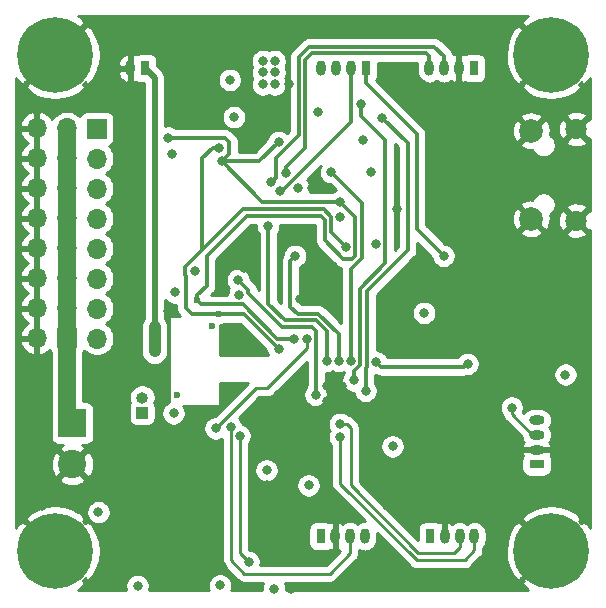
<source format=gbr>
G04 #@! TF.GenerationSoftware,KiCad,Pcbnew,(5.1.5)-3*
G04 #@! TF.CreationDate,2019-12-11T14:27:37+01:00*
G04 #@! TF.ProjectId,HadesMicro,48616465-734d-4696-9372-6f2e6b696361,rev?*
G04 #@! TF.SameCoordinates,Original*
G04 #@! TF.FileFunction,Copper,L4,Bot*
G04 #@! TF.FilePolarity,Positive*
%FSLAX46Y46*%
G04 Gerber Fmt 4.6, Leading zero omitted, Abs format (unit mm)*
G04 Created by KiCad (PCBNEW (5.1.5)-3) date 2019-12-11 14:27:37*
%MOMM*%
%LPD*%
G04 APERTURE LIST*
%ADD10O,0.800000X1.300000*%
%ADD11R,0.800000X1.300000*%
%ADD12O,1.300000X0.800000*%
%ADD13R,1.300000X0.800000*%
%ADD14C,1.800000*%
%ADD15C,2.000000*%
%ADD16C,6.400000*%
%ADD17C,0.800000*%
%ADD18R,1.000000X1.000000*%
%ADD19O,1.000000X1.000000*%
%ADD20R,1.700000X1.700000*%
%ADD21O,1.700000X1.700000*%
%ADD22C,2.400000*%
%ADD23R,2.400000X2.400000*%
%ADD24C,0.600000*%
%ADD25C,0.350000*%
%ADD26C,0.250000*%
%ADD27C,1.000000*%
%ADD28C,0.500000*%
%ADD29C,1.500000*%
%ADD30C,0.254000*%
G04 APERTURE END LIST*
D10*
X30373000Y-25146000D03*
D11*
X31623000Y-25146000D03*
D10*
X46542000Y-25146000D03*
X47792000Y-25146000D03*
X49042000Y-25146000D03*
D11*
X50292000Y-25146000D03*
D12*
X64770000Y-54924000D03*
X64770000Y-56174000D03*
X64770000Y-57424000D03*
D13*
X64770000Y-58674000D03*
D14*
X68117000Y-30288000D03*
X68117000Y-38038000D03*
D15*
X64317000Y-30438000D03*
X64317000Y-37888000D03*
D16*
X24000000Y-24000000D03*
D17*
X26400000Y-24000000D03*
X25697056Y-25697056D03*
X24000000Y-26400000D03*
X22302944Y-25697056D03*
X21600000Y-24000000D03*
X22302944Y-22302944D03*
X24000000Y-21600000D03*
X25697056Y-22302944D03*
X67697056Y-22302944D03*
X66000000Y-21600000D03*
X64302944Y-22302944D03*
X63600000Y-24000000D03*
X64302944Y-25697056D03*
X66000000Y-26400000D03*
X67697056Y-25697056D03*
X68400000Y-24000000D03*
D16*
X66000000Y-24000000D03*
X66000000Y-66000000D03*
D17*
X68400000Y-66000000D03*
X67697056Y-67697056D03*
X66000000Y-68400000D03*
X64302944Y-67697056D03*
X63600000Y-66000000D03*
X64302944Y-64302944D03*
X66000000Y-63600000D03*
X67697056Y-64302944D03*
D11*
X55753000Y-64770000D03*
D10*
X57003000Y-64770000D03*
X58253000Y-64770000D03*
X59503000Y-64770000D03*
D18*
X31369000Y-54292500D03*
D19*
X31369000Y-53022500D03*
D20*
X25000000Y-48000000D03*
D21*
X22460000Y-48000000D03*
X25000000Y-45460000D03*
X22460000Y-45460000D03*
X25000000Y-42920000D03*
X22460000Y-42920000D03*
X25000000Y-40380000D03*
X22460000Y-40380000D03*
X25000000Y-37840000D03*
X22460000Y-37840000D03*
X25000000Y-35300000D03*
X22460000Y-35300000D03*
X25000000Y-32760000D03*
X22460000Y-32760000D03*
X25000000Y-30220000D03*
X22460000Y-30220000D03*
D20*
X27541220Y-30251400D03*
D21*
X27541220Y-32791400D03*
X27541220Y-35331400D03*
X27541220Y-37871400D03*
X27541220Y-40411400D03*
X27541220Y-42951400D03*
X27541220Y-45491400D03*
X27541220Y-48031400D03*
D11*
X46482000Y-64770000D03*
D10*
X47732000Y-64770000D03*
X48982000Y-64770000D03*
X50232000Y-64770000D03*
X55686000Y-25146000D03*
X56936000Y-25146000D03*
X58186000Y-25146000D03*
D11*
X59436000Y-25146000D03*
D17*
X25697056Y-64302944D03*
X24000000Y-63600000D03*
X22302944Y-64302944D03*
X21600000Y-66000000D03*
X22302944Y-67697056D03*
X24000000Y-68400000D03*
X25697056Y-67697056D03*
X26400000Y-66000000D03*
D16*
X24000000Y-66000000D03*
D22*
X25463500Y-58681500D03*
D23*
X25463500Y-55181500D03*
D17*
X41579800Y-24536400D03*
X38785800Y-26136600D03*
X41579800Y-25501600D03*
X41579800Y-26517600D03*
X42595800Y-24536400D03*
X42595800Y-25501600D03*
X42595800Y-26517600D03*
X34112200Y-44119800D03*
X35814000Y-42316400D03*
X37966400Y-68929000D03*
X30988000Y-68961000D03*
X27668500Y-62720500D03*
X34036000Y-54356000D03*
X41910000Y-59182000D03*
X45466000Y-60452000D03*
X52578000Y-57150000D03*
X39598600Y-44348400D03*
X55245000Y-45847000D03*
X67206000Y-51077000D03*
X39141400Y-29286200D03*
X33883600Y-32435800D03*
X42545000Y-69215000D03*
X50723800Y-33934400D03*
X46228000Y-28854400D03*
X50038000Y-31216600D03*
X48158400Y-37744400D03*
X44577000Y-35306000D03*
X51181000Y-40005000D03*
D24*
X36033900Y-44796900D03*
D17*
X44196000Y-48031400D03*
X33598800Y-31018800D03*
X38100000Y-33020000D03*
X42926000Y-31369000D03*
X48133000Y-36449000D03*
X38531800Y-21463000D03*
X37515800Y-21463000D03*
X36499800Y-21463000D03*
X39547800Y-21463000D03*
D24*
X37287200Y-46990000D03*
X34340800Y-52832000D03*
D17*
X42672000Y-54356000D03*
X41910000Y-57912000D03*
X41910000Y-60452000D03*
X52578000Y-59944000D03*
X68580000Y-50927000D03*
X58674000Y-48895000D03*
X38811200Y-47117000D03*
X43942000Y-69215000D03*
D24*
X58039000Y-34493200D03*
X29464000Y-62484000D03*
D17*
X36957000Y-57531000D03*
X36957000Y-58801000D03*
X36957000Y-60071000D03*
X33528000Y-45720000D03*
X43840400Y-26517600D03*
X45720000Y-35306000D03*
X52959000Y-37084000D03*
X40005000Y-42082000D03*
X44704000Y-44704000D03*
X66264000Y-32863000D03*
X29235400Y-24130000D03*
X29235400Y-25146000D03*
X29235400Y-23114000D03*
X55880000Y-68580000D03*
X57150000Y-68580000D03*
X58420000Y-68580000D03*
X59690000Y-68580000D03*
X48260000Y-68580000D03*
X49530000Y-68580000D03*
X50800000Y-68580000D03*
X68580000Y-58420000D03*
X68580000Y-57150000D03*
X68580000Y-55880000D03*
X68580000Y-54610000D03*
X68580000Y-32893000D03*
X68580000Y-34290000D03*
X68580000Y-35560000D03*
X55880000Y-21488400D03*
X57150000Y-21488400D03*
X58420000Y-21488400D03*
X50800000Y-21488400D03*
X49555400Y-21488400D03*
X48260000Y-21488400D03*
X46990000Y-21488400D03*
X45720000Y-21488400D03*
X43180000Y-21590000D03*
X41910000Y-21590000D03*
X40640000Y-21590000D03*
X21590000Y-62230000D03*
X22860000Y-62230000D03*
X31750000Y-67310000D03*
X33020000Y-67310000D03*
X30480000Y-67310000D03*
X38100000Y-67310000D03*
X44450000Y-54610000D03*
X45720000Y-54610000D03*
X46990000Y-54610000D03*
X46990000Y-53340000D03*
X46990000Y-52070000D03*
X48260000Y-52070000D03*
X48260000Y-53340000D03*
X50800000Y-54610000D03*
X50800000Y-55880000D03*
X68580000Y-40640000D03*
X67310000Y-40640000D03*
X66040000Y-40640000D03*
X64770000Y-40640000D03*
X63500000Y-40640000D03*
X62230000Y-40640000D03*
X58420000Y-41910000D03*
X59690000Y-41910000D03*
X59690000Y-43180000D03*
X58420000Y-43180000D03*
X60960000Y-41910000D03*
X55880000Y-29210000D03*
X57150000Y-29210000D03*
X58420000Y-29210000D03*
X59690000Y-29210000D03*
X59690000Y-30480000D03*
X58420000Y-30480000D03*
X57150000Y-30480000D03*
X55880000Y-30480000D03*
X55880000Y-31750000D03*
X57150000Y-31750000D03*
X54610000Y-29210000D03*
X60960000Y-62230000D03*
X62230000Y-62230000D03*
X63500000Y-62230000D03*
X62230000Y-60960000D03*
X60960000Y-60960000D03*
X60960000Y-59690000D03*
X62230000Y-59690000D03*
X52070000Y-60960000D03*
X53340000Y-60960000D03*
X53340000Y-62230000D03*
X52070000Y-62230000D03*
X26670000Y-52070000D03*
X27940000Y-52070000D03*
X29210000Y-52070000D03*
D24*
X37846000Y-45974000D03*
D17*
X42926000Y-48920400D03*
X48641000Y-40259000D03*
X37846000Y-31877000D03*
X39497000Y-43053202D03*
X46064001Y-52795001D03*
X32419000Y-49115000D03*
X32419000Y-48107600D03*
X32419000Y-47083000D03*
X51181000Y-50038000D03*
X58928000Y-50165000D03*
X48133000Y-55245000D03*
X48133000Y-56388000D03*
X62661800Y-53873400D03*
X39624000Y-56261000D03*
X40386000Y-66929000D03*
X42037000Y-38481000D03*
X46990000Y-49911000D03*
X48006000Y-49911000D03*
X44323000Y-41021000D03*
X49022000Y-49911000D03*
X47371000Y-33939000D03*
X38862000Y-55499000D03*
X49276000Y-51562000D03*
X49911000Y-28194000D03*
X50292000Y-52451000D03*
X51689000Y-29337000D03*
X56896000Y-41021000D03*
X43053000Y-35560000D03*
X42291000Y-34798000D03*
X43561000Y-34036000D03*
X37592000Y-55626000D03*
X45339000Y-48031400D03*
D25*
X41275000Y-33020000D02*
X42926000Y-31369000D01*
X38100000Y-33020000D02*
X41275000Y-33020000D01*
X48133000Y-36449000D02*
X48133000Y-36449000D01*
X36360401Y-45123401D02*
X36333899Y-45096899D01*
X36333899Y-45096899D02*
X36033900Y-44796900D01*
X39906831Y-45123401D02*
X36360401Y-45123401D01*
X42814830Y-48031400D02*
X39906831Y-45123401D01*
X44196000Y-48031400D02*
X42814830Y-48031400D01*
X41529000Y-36449000D02*
X48133000Y-36449000D01*
X38100000Y-33020000D02*
X41529000Y-36449000D01*
X38735000Y-32385000D02*
X38100000Y-33020000D01*
X33598800Y-31018800D02*
X38384800Y-31018800D01*
X38735000Y-31369000D02*
X38735000Y-32385000D01*
X38384800Y-31018800D02*
X38735000Y-31369000D01*
X49403000Y-37719000D02*
X48133000Y-36449000D01*
X49416001Y-37732001D02*
X49403000Y-37719000D01*
X36848614Y-41002386D02*
X40216990Y-37634010D01*
X36033900Y-44796900D02*
X36033900Y-44372636D01*
X49149000Y-41275000D02*
X49416001Y-41007999D01*
X36848614Y-43557922D02*
X36848614Y-41002386D01*
X36033900Y-44372636D02*
X36848614Y-43557922D01*
X46508180Y-37634010D02*
X46833389Y-37959219D01*
X46833389Y-37959219D02*
X46833389Y-39721389D01*
X40216990Y-37634010D02*
X46508180Y-37634010D01*
X46833389Y-39721389D02*
X48387000Y-41275000D01*
X49416001Y-41007999D02*
X49416001Y-37732001D01*
X48387000Y-41275000D02*
X49149000Y-41275000D01*
D26*
X63488400Y-21488400D02*
X64302944Y-22302944D01*
X58420000Y-21488400D02*
X63488400Y-21488400D01*
X42926000Y-48920400D02*
X42926000Y-48920400D01*
D25*
X37846000Y-45974000D02*
X35560000Y-45974000D01*
X35560000Y-45974000D02*
X35052000Y-45466000D01*
X35038999Y-41944399D02*
X36470398Y-40513000D01*
X35052000Y-45466000D02*
X35052000Y-42701402D01*
X35038999Y-42688401D02*
X35038999Y-41944399D01*
X35052000Y-42701402D02*
X35038999Y-42688401D01*
X48641000Y-40259000D02*
X48641000Y-40259000D01*
X39979600Y-45974000D02*
X42926000Y-48920400D01*
X37846000Y-45974000D02*
X39979600Y-45974000D01*
X36470398Y-40513000D02*
X36470398Y-33168398D01*
X36470398Y-33168398D02*
X36470398Y-32744602D01*
X36470398Y-32744602D02*
X37338000Y-31877000D01*
X37338000Y-31877000D02*
X37846000Y-31877000D01*
X37846000Y-31877000D02*
X37846000Y-31877000D01*
X48241001Y-39859001D02*
X48641000Y-40259000D01*
X47383399Y-39001399D02*
X48241001Y-39859001D01*
X36470398Y-40513000D02*
X36470398Y-40491602D01*
X46736000Y-37084000D02*
X47383399Y-37731399D01*
X36470398Y-40491602D02*
X39878000Y-37084000D01*
X47383399Y-37731399D02*
X47383399Y-39001399D01*
X39878000Y-37084000D02*
X46736000Y-37084000D01*
D26*
X46064001Y-52795001D02*
X46064001Y-52795001D01*
D25*
X39896999Y-43453201D02*
X39497000Y-43053202D01*
X40373601Y-44199432D02*
X40373601Y-43929803D01*
X40373601Y-43929803D02*
X39896999Y-43453201D01*
X45762010Y-47032010D02*
X43206179Y-47032010D01*
X46114001Y-47384001D02*
X45762010Y-47032010D01*
X46114001Y-52179316D02*
X46114001Y-47384001D01*
X46064001Y-52229316D02*
X46114001Y-52179316D01*
X43206179Y-47032010D02*
X40373601Y-44199432D01*
X46064001Y-52795001D02*
X46064001Y-52229316D01*
D27*
X32419000Y-49115000D02*
X32419000Y-48107600D01*
X32419000Y-48107600D02*
X32419000Y-47083000D01*
D28*
X32419000Y-25942000D02*
X31623000Y-25146000D01*
X32419000Y-47083000D02*
X32419000Y-25942000D01*
D25*
X51580999Y-50437999D02*
X58655001Y-50437999D01*
X51181000Y-50038000D02*
X51580999Y-50437999D01*
X58655001Y-50437999D02*
X58928000Y-50165000D01*
X58928000Y-50165000D02*
X58928000Y-50165000D01*
D26*
X48698685Y-55245000D02*
X49022000Y-55568315D01*
X48133000Y-55245000D02*
X48698685Y-55245000D01*
X49022000Y-55568315D02*
X49022000Y-60452000D01*
X49022000Y-60452000D02*
X54737000Y-66167000D01*
X58253000Y-65670000D02*
X58253000Y-64770000D01*
X57756000Y-66167000D02*
X58253000Y-65670000D01*
X54737000Y-66167000D02*
X57756000Y-66167000D01*
X54610000Y-66802000D02*
X58674000Y-66802000D01*
X59503000Y-65973000D02*
X59503000Y-64770000D01*
X48133000Y-56388000D02*
X48133000Y-60325000D01*
X58674000Y-66802000D02*
X59503000Y-65973000D01*
X48133000Y-60325000D02*
X54610000Y-66802000D01*
X64396715Y-56174000D02*
X64770000Y-56174000D01*
X62661800Y-54439085D02*
X64396715Y-56174000D01*
X62661800Y-53873400D02*
X62661800Y-54439085D01*
X39624000Y-56261000D02*
X39624000Y-66167000D01*
X39624000Y-66167000D02*
X40386000Y-66929000D01*
X40386000Y-66929000D02*
X40386000Y-66929000D01*
D25*
X42037000Y-40889998D02*
X42037000Y-38481000D01*
X46990000Y-47400480D02*
X46071520Y-46482000D01*
X46990000Y-49911000D02*
X46990000Y-47400480D01*
X46071520Y-46482000D02*
X43434000Y-46482000D01*
X42037000Y-45085000D02*
X42037000Y-40889998D01*
X43434000Y-46482000D02*
X42037000Y-45085000D01*
X48006000Y-47638650D02*
X46299341Y-45931990D01*
X48006000Y-49911000D02*
X48006000Y-47638650D01*
X46299341Y-45931990D02*
X44534990Y-45931990D01*
X43923001Y-41420999D02*
X44323000Y-41021000D01*
X43923001Y-45320001D02*
X43923001Y-41420999D01*
X44534990Y-45931990D02*
X43923001Y-45320001D01*
D29*
X25000000Y-54718000D02*
X25000000Y-48000000D01*
X25463500Y-55181500D02*
X25000000Y-54718000D01*
X25000000Y-48000000D02*
X25000000Y-45460000D01*
X25000000Y-45460000D02*
X25000000Y-42920000D01*
X25000000Y-42920000D02*
X25000000Y-40380000D01*
X25000000Y-40380000D02*
X25000000Y-37840000D01*
X25000000Y-37840000D02*
X25000000Y-35300000D01*
X25000000Y-35300000D02*
X25000000Y-32760000D01*
X25000000Y-32760000D02*
X25000000Y-30220000D01*
D25*
X47770999Y-34338999D02*
X47371000Y-33939000D01*
X49966011Y-36534011D02*
X47770999Y-34338999D01*
X49966011Y-41235820D02*
X49966011Y-36534011D01*
X49022000Y-42179830D02*
X49966011Y-41235820D01*
X49022000Y-49911000D02*
X49022000Y-42179830D01*
D26*
X40005000Y-67945000D02*
X47244000Y-67945000D01*
X48982000Y-66207000D02*
X48982000Y-64770000D01*
X47244000Y-67945000D02*
X48982000Y-66207000D01*
X38862000Y-66802000D02*
X40005000Y-67945000D01*
X38862000Y-55499000D02*
X38862000Y-66802000D01*
D25*
X51956001Y-31255001D02*
X49911000Y-29210000D01*
X49276000Y-50795998D02*
X49797001Y-50274997D01*
X49911000Y-29210000D02*
X49911000Y-28194000D01*
X49276000Y-51562000D02*
X49276000Y-50795998D01*
X51956001Y-41669001D02*
X51956001Y-31255001D01*
X49797001Y-50274997D02*
X49797001Y-43828001D01*
X49797001Y-43828001D02*
X51956001Y-41669001D01*
X50405999Y-50443830D02*
X50405999Y-43996833D01*
X50405999Y-43996833D02*
X53848000Y-40554832D01*
X50292000Y-52451000D02*
X50292000Y-50557829D01*
X50292000Y-50557829D02*
X50405999Y-50443830D01*
X53848000Y-40554832D02*
X53848000Y-31496000D01*
X53848000Y-31496000D02*
X51689000Y-29337000D01*
X51689000Y-29337000D02*
X51689000Y-29337000D01*
X56896000Y-41021000D02*
X54610000Y-38735000D01*
X54610000Y-38735000D02*
X54610000Y-30734000D01*
X50292000Y-26416000D02*
X50292000Y-25146000D01*
X54610000Y-30734000D02*
X50292000Y-26416000D01*
X49042000Y-29693998D02*
X49042000Y-26146000D01*
X43175998Y-35560000D02*
X49042000Y-29693998D01*
X49042000Y-26146000D02*
X49042000Y-25146000D01*
X43053000Y-35560000D02*
X43175998Y-35560000D01*
X42690999Y-32751003D02*
X44615401Y-30826601D01*
X42291000Y-34798000D02*
X42690999Y-34398001D01*
X42690999Y-34398001D02*
X42690999Y-32751003D01*
X44615401Y-24202768D02*
X45492179Y-23325990D01*
X44615401Y-30826601D02*
X44615401Y-24202768D01*
X56115990Y-23325990D02*
X56936000Y-24146000D01*
X56936000Y-24146000D02*
X56936000Y-25146000D01*
X45492179Y-23325990D02*
X56115990Y-23325990D01*
X43561000Y-34036000D02*
X43561000Y-33470315D01*
X55686000Y-24146000D02*
X55686000Y-25146000D01*
X43561000Y-33470315D02*
X45165411Y-31865904D01*
X55416000Y-23876000D02*
X55686000Y-24146000D01*
X45165411Y-24430589D02*
X45720000Y-23876000D01*
X45165411Y-31865904D02*
X45165411Y-24430589D01*
X45720000Y-23876000D02*
X55416000Y-23876000D01*
D26*
X37592000Y-55626000D02*
X40970200Y-52247800D01*
X40970200Y-52247800D02*
X41960800Y-52247800D01*
X41960800Y-52247800D02*
X45339000Y-48869600D01*
X45339000Y-48869600D02*
X45339000Y-48031400D01*
X45339000Y-48031400D02*
X45339000Y-48031400D01*
D30*
G36*
X63879330Y-20782445D02*
G01*
X63838912Y-20809452D01*
X63478724Y-21299119D01*
X66000000Y-23820395D01*
X66014143Y-23806253D01*
X66193748Y-23985858D01*
X66179605Y-24000000D01*
X67058528Y-24878923D01*
X67037282Y-24893119D01*
X66893119Y-25037282D01*
X66878923Y-25058528D01*
X66000000Y-24179605D01*
X65121077Y-25058528D01*
X65106881Y-25037282D01*
X64962718Y-24893119D01*
X64941472Y-24878923D01*
X65820395Y-24000000D01*
X63299119Y-21478724D01*
X62809452Y-21838912D01*
X62449151Y-22502882D01*
X62225306Y-23224385D01*
X62146520Y-23975695D01*
X62215822Y-24727938D01*
X62430548Y-25452208D01*
X62782445Y-26120670D01*
X62809452Y-26161088D01*
X63299119Y-26521276D01*
X63484811Y-26335584D01*
X63499007Y-26356830D01*
X63643170Y-26500993D01*
X63664416Y-26515189D01*
X63478724Y-26700881D01*
X63838912Y-27190548D01*
X64502882Y-27550849D01*
X65224385Y-27774694D01*
X65975695Y-27853480D01*
X66727938Y-27784178D01*
X67452208Y-27569452D01*
X68120670Y-27217555D01*
X68161088Y-27190548D01*
X68521276Y-26700881D01*
X68335584Y-26515189D01*
X68356830Y-26500993D01*
X68500993Y-26356830D01*
X68515189Y-26335584D01*
X68700881Y-26521276D01*
X69190548Y-26161088D01*
X69315000Y-25931745D01*
X69315000Y-29447615D01*
X69181080Y-29403525D01*
X68296605Y-30288000D01*
X69181080Y-31172475D01*
X69315000Y-31128385D01*
X69315000Y-37197615D01*
X69181080Y-37153525D01*
X68296605Y-38038000D01*
X69181080Y-38922475D01*
X69315000Y-38878385D01*
X69315001Y-64064438D01*
X69217555Y-63879330D01*
X69190548Y-63838912D01*
X68700881Y-63478724D01*
X68515189Y-63664416D01*
X68500993Y-63643170D01*
X68356830Y-63499007D01*
X68335584Y-63484811D01*
X68521276Y-63299119D01*
X68161088Y-62809452D01*
X67497118Y-62449151D01*
X66775615Y-62225306D01*
X66024305Y-62146520D01*
X65272062Y-62215822D01*
X64547792Y-62430548D01*
X63879330Y-62782445D01*
X63838912Y-62809452D01*
X63478724Y-63299119D01*
X66000000Y-65820395D01*
X66878923Y-64941472D01*
X66893119Y-64962718D01*
X67037282Y-65106881D01*
X67058528Y-65121077D01*
X66179605Y-66000000D01*
X66193748Y-66014143D01*
X66014143Y-66193748D01*
X66000000Y-66179605D01*
X65121077Y-67058528D01*
X65106881Y-67037282D01*
X64962718Y-66893119D01*
X64941472Y-66878923D01*
X65820395Y-66000000D01*
X63299119Y-63478724D01*
X62809452Y-63838912D01*
X62449151Y-64502882D01*
X62225306Y-65224385D01*
X62146520Y-65975695D01*
X62215822Y-66727938D01*
X62430548Y-67452208D01*
X62782445Y-68120670D01*
X62809452Y-68161088D01*
X63299119Y-68521276D01*
X63484811Y-68335584D01*
X63499007Y-68356830D01*
X63643170Y-68500993D01*
X63664416Y-68515189D01*
X63478724Y-68700881D01*
X63838912Y-69190548D01*
X64068255Y-69315000D01*
X43580000Y-69315000D01*
X43580000Y-69113061D01*
X43540226Y-68913102D01*
X43462205Y-68724744D01*
X43449013Y-68705000D01*
X47206678Y-68705000D01*
X47244000Y-68708676D01*
X47281322Y-68705000D01*
X47281333Y-68705000D01*
X47392986Y-68694003D01*
X47536247Y-68650546D01*
X47668276Y-68579974D01*
X47784001Y-68485001D01*
X47807804Y-68455997D01*
X49493004Y-66770798D01*
X49522001Y-66747001D01*
X49616974Y-66631276D01*
X49687546Y-66499247D01*
X49731003Y-66355986D01*
X49742000Y-66244333D01*
X49742000Y-66244324D01*
X49745676Y-66207001D01*
X49742000Y-66169678D01*
X49742000Y-65931662D01*
X49834008Y-65980841D01*
X50029106Y-66040024D01*
X50232000Y-66060007D01*
X50434895Y-66040024D01*
X50629993Y-65980841D01*
X50809797Y-65884734D01*
X50967396Y-65755396D01*
X51096734Y-65597797D01*
X51192841Y-65417992D01*
X51252024Y-65222894D01*
X51267000Y-65070837D01*
X51267000Y-64533802D01*
X54046200Y-67313002D01*
X54069999Y-67342001D01*
X54185724Y-67436974D01*
X54317753Y-67507546D01*
X54461014Y-67551003D01*
X54572667Y-67562000D01*
X54572676Y-67562000D01*
X54609999Y-67565676D01*
X54647322Y-67562000D01*
X58636678Y-67562000D01*
X58674000Y-67565676D01*
X58711322Y-67562000D01*
X58711333Y-67562000D01*
X58822986Y-67551003D01*
X58966247Y-67507546D01*
X59098276Y-67436974D01*
X59214001Y-67342001D01*
X59237803Y-67312998D01*
X60014004Y-66536798D01*
X60043001Y-66513001D01*
X60097220Y-66446935D01*
X60137974Y-66397277D01*
X60208546Y-66265247D01*
X60216750Y-66238201D01*
X60252003Y-66121986D01*
X60263000Y-66010333D01*
X60263000Y-66010324D01*
X60266676Y-65973001D01*
X60263000Y-65935678D01*
X60263000Y-65725416D01*
X60367734Y-65597797D01*
X60463841Y-65417992D01*
X60523024Y-65222894D01*
X60538000Y-65070837D01*
X60538000Y-64469162D01*
X60523024Y-64317105D01*
X60463841Y-64122007D01*
X60367734Y-63942203D01*
X60238396Y-63784604D01*
X60080797Y-63655266D01*
X59900992Y-63559159D01*
X59705894Y-63499976D01*
X59503000Y-63479993D01*
X59300105Y-63499976D01*
X59105007Y-63559159D01*
X58925203Y-63655266D01*
X58878000Y-63694004D01*
X58830797Y-63655266D01*
X58650992Y-63559159D01*
X58455894Y-63499976D01*
X58253000Y-63479993D01*
X58050105Y-63499976D01*
X57855007Y-63559159D01*
X57675203Y-63655266D01*
X57635062Y-63688209D01*
X57551160Y-63624745D01*
X57365972Y-63535006D01*
X57289123Y-63525334D01*
X57130000Y-63653002D01*
X57130000Y-64643000D01*
X57150000Y-64643000D01*
X57150000Y-64897000D01*
X57130000Y-64897000D01*
X57130000Y-64917000D01*
X56876000Y-64917000D01*
X56876000Y-64897000D01*
X56856000Y-64897000D01*
X56856000Y-64643000D01*
X56876000Y-64643000D01*
X56876000Y-63653002D01*
X56716877Y-63525334D01*
X56640028Y-63535006D01*
X56514977Y-63595604D01*
X56507494Y-63589463D01*
X56397180Y-63530498D01*
X56277482Y-63494188D01*
X56153000Y-63481928D01*
X55353000Y-63481928D01*
X55228518Y-63494188D01*
X55108820Y-63530498D01*
X54998506Y-63589463D01*
X54901815Y-63668815D01*
X54822463Y-63765506D01*
X54763498Y-63875820D01*
X54727188Y-63995518D01*
X54714928Y-64120000D01*
X54714928Y-65070126D01*
X49782000Y-60137199D01*
X49782000Y-58274000D01*
X63481928Y-58274000D01*
X63481928Y-59074000D01*
X63494188Y-59198482D01*
X63530498Y-59318180D01*
X63589463Y-59428494D01*
X63668815Y-59525185D01*
X63765506Y-59604537D01*
X63875820Y-59663502D01*
X63995518Y-59699812D01*
X64120000Y-59712072D01*
X65420000Y-59712072D01*
X65544482Y-59699812D01*
X65664180Y-59663502D01*
X65774494Y-59604537D01*
X65871185Y-59525185D01*
X65950537Y-59428494D01*
X66009502Y-59318180D01*
X66045812Y-59198482D01*
X66058072Y-59074000D01*
X66058072Y-58274000D01*
X66045812Y-58149518D01*
X66009502Y-58029820D01*
X65950537Y-57919506D01*
X65944396Y-57912023D01*
X66004994Y-57786972D01*
X66014666Y-57710123D01*
X65886998Y-57551000D01*
X64897000Y-57551000D01*
X64897000Y-57571000D01*
X64643000Y-57571000D01*
X64643000Y-57551000D01*
X63653002Y-57551000D01*
X63525334Y-57710123D01*
X63535006Y-57786972D01*
X63595604Y-57912023D01*
X63589463Y-57919506D01*
X63530498Y-58029820D01*
X63494188Y-58149518D01*
X63481928Y-58274000D01*
X49782000Y-58274000D01*
X49782000Y-57048061D01*
X51543000Y-57048061D01*
X51543000Y-57251939D01*
X51582774Y-57451898D01*
X51660795Y-57640256D01*
X51774063Y-57809774D01*
X51918226Y-57953937D01*
X52087744Y-58067205D01*
X52276102Y-58145226D01*
X52476061Y-58185000D01*
X52679939Y-58185000D01*
X52879898Y-58145226D01*
X53068256Y-58067205D01*
X53237774Y-57953937D01*
X53381937Y-57809774D01*
X53495205Y-57640256D01*
X53573226Y-57451898D01*
X53613000Y-57251939D01*
X53613000Y-57048061D01*
X53573226Y-56848102D01*
X53495205Y-56659744D01*
X53381937Y-56490226D01*
X53237774Y-56346063D01*
X53068256Y-56232795D01*
X52879898Y-56154774D01*
X52679939Y-56115000D01*
X52476061Y-56115000D01*
X52276102Y-56154774D01*
X52087744Y-56232795D01*
X51918226Y-56346063D01*
X51774063Y-56490226D01*
X51660795Y-56659744D01*
X51582774Y-56848102D01*
X51543000Y-57048061D01*
X49782000Y-57048061D01*
X49782000Y-55605637D01*
X49785676Y-55568314D01*
X49782000Y-55530991D01*
X49782000Y-55530982D01*
X49771003Y-55419329D01*
X49727546Y-55276068D01*
X49656974Y-55144039D01*
X49562001Y-55028314D01*
X49533003Y-55004516D01*
X49262488Y-54734002D01*
X49238686Y-54704999D01*
X49122961Y-54610026D01*
X48990932Y-54539454D01*
X48847724Y-54496013D01*
X48792774Y-54441063D01*
X48623256Y-54327795D01*
X48434898Y-54249774D01*
X48234939Y-54210000D01*
X48031061Y-54210000D01*
X47831102Y-54249774D01*
X47642744Y-54327795D01*
X47473226Y-54441063D01*
X47329063Y-54585226D01*
X47215795Y-54754744D01*
X47137774Y-54943102D01*
X47098000Y-55143061D01*
X47098000Y-55346939D01*
X47137774Y-55546898D01*
X47215795Y-55735256D01*
X47270080Y-55816500D01*
X47215795Y-55897744D01*
X47137774Y-56086102D01*
X47098000Y-56286061D01*
X47098000Y-56489939D01*
X47137774Y-56689898D01*
X47215795Y-56878256D01*
X47329063Y-57047774D01*
X47373000Y-57091711D01*
X47373001Y-60287668D01*
X47369324Y-60325000D01*
X47373001Y-60362333D01*
X47383998Y-60473986D01*
X47391835Y-60499822D01*
X47427454Y-60617246D01*
X47498026Y-60749276D01*
X47569201Y-60836002D01*
X47593000Y-60865001D01*
X47621998Y-60888799D01*
X50214878Y-63481679D01*
X50029105Y-63499976D01*
X49834007Y-63559159D01*
X49654203Y-63655266D01*
X49607000Y-63694004D01*
X49559797Y-63655266D01*
X49379992Y-63559159D01*
X49184894Y-63499976D01*
X48982000Y-63479993D01*
X48779105Y-63499976D01*
X48584007Y-63559159D01*
X48404203Y-63655266D01*
X48364062Y-63688209D01*
X48280160Y-63624745D01*
X48094972Y-63535006D01*
X48018123Y-63525334D01*
X47859000Y-63653002D01*
X47859000Y-64643000D01*
X47879000Y-64643000D01*
X47879000Y-64897000D01*
X47859000Y-64897000D01*
X47859000Y-65886998D01*
X48018123Y-66014666D01*
X48094972Y-66004994D01*
X48122585Y-65991613D01*
X46929199Y-67185000D01*
X41390356Y-67185000D01*
X41421000Y-67030939D01*
X41421000Y-66827061D01*
X41381226Y-66627102D01*
X41303205Y-66438744D01*
X41189937Y-66269226D01*
X41045774Y-66125063D01*
X40876256Y-66011795D01*
X40687898Y-65933774D01*
X40487939Y-65894000D01*
X40425801Y-65894000D01*
X40384000Y-65852199D01*
X40384000Y-64120000D01*
X45443928Y-64120000D01*
X45443928Y-65420000D01*
X45456188Y-65544482D01*
X45492498Y-65664180D01*
X45551463Y-65774494D01*
X45630815Y-65871185D01*
X45727506Y-65950537D01*
X45837820Y-66009502D01*
X45957518Y-66045812D01*
X46082000Y-66058072D01*
X46882000Y-66058072D01*
X47006482Y-66045812D01*
X47126180Y-66009502D01*
X47236494Y-65950537D01*
X47243977Y-65944396D01*
X47369028Y-66004994D01*
X47445877Y-66014666D01*
X47605000Y-65886998D01*
X47605000Y-64897000D01*
X47585000Y-64897000D01*
X47585000Y-64643000D01*
X47605000Y-64643000D01*
X47605000Y-63653002D01*
X47445877Y-63525334D01*
X47369028Y-63535006D01*
X47243977Y-63595604D01*
X47236494Y-63589463D01*
X47126180Y-63530498D01*
X47006482Y-63494188D01*
X46882000Y-63481928D01*
X46082000Y-63481928D01*
X45957518Y-63494188D01*
X45837820Y-63530498D01*
X45727506Y-63589463D01*
X45630815Y-63668815D01*
X45551463Y-63765506D01*
X45492498Y-63875820D01*
X45456188Y-63995518D01*
X45443928Y-64120000D01*
X40384000Y-64120000D01*
X40384000Y-60350061D01*
X44431000Y-60350061D01*
X44431000Y-60553939D01*
X44470774Y-60753898D01*
X44548795Y-60942256D01*
X44662063Y-61111774D01*
X44806226Y-61255937D01*
X44975744Y-61369205D01*
X45164102Y-61447226D01*
X45364061Y-61487000D01*
X45567939Y-61487000D01*
X45767898Y-61447226D01*
X45956256Y-61369205D01*
X46125774Y-61255937D01*
X46269937Y-61111774D01*
X46383205Y-60942256D01*
X46461226Y-60753898D01*
X46501000Y-60553939D01*
X46501000Y-60350061D01*
X46461226Y-60150102D01*
X46383205Y-59961744D01*
X46269937Y-59792226D01*
X46125774Y-59648063D01*
X45956256Y-59534795D01*
X45767898Y-59456774D01*
X45567939Y-59417000D01*
X45364061Y-59417000D01*
X45164102Y-59456774D01*
X44975744Y-59534795D01*
X44806226Y-59648063D01*
X44662063Y-59792226D01*
X44548795Y-59961744D01*
X44470774Y-60150102D01*
X44431000Y-60350061D01*
X40384000Y-60350061D01*
X40384000Y-59080061D01*
X40875000Y-59080061D01*
X40875000Y-59283939D01*
X40914774Y-59483898D01*
X40992795Y-59672256D01*
X41106063Y-59841774D01*
X41250226Y-59985937D01*
X41419744Y-60099205D01*
X41608102Y-60177226D01*
X41808061Y-60217000D01*
X42011939Y-60217000D01*
X42211898Y-60177226D01*
X42400256Y-60099205D01*
X42569774Y-59985937D01*
X42713937Y-59841774D01*
X42827205Y-59672256D01*
X42905226Y-59483898D01*
X42945000Y-59283939D01*
X42945000Y-59080061D01*
X42905226Y-58880102D01*
X42827205Y-58691744D01*
X42713937Y-58522226D01*
X42569774Y-58378063D01*
X42400256Y-58264795D01*
X42211898Y-58186774D01*
X42011939Y-58147000D01*
X41808061Y-58147000D01*
X41608102Y-58186774D01*
X41419744Y-58264795D01*
X41250226Y-58378063D01*
X41106063Y-58522226D01*
X40992795Y-58691744D01*
X40914774Y-58880102D01*
X40875000Y-59080061D01*
X40384000Y-59080061D01*
X40384000Y-56964711D01*
X40427937Y-56920774D01*
X40541205Y-56751256D01*
X40619226Y-56562898D01*
X40659000Y-56362939D01*
X40659000Y-56159061D01*
X40619226Y-55959102D01*
X40541205Y-55770744D01*
X40427937Y-55601226D01*
X40283774Y-55457063D01*
X40114256Y-55343795D01*
X39925898Y-55265774D01*
X39868619Y-55254381D01*
X39857226Y-55197102D01*
X39779205Y-55008744D01*
X39665937Y-54839226D01*
X39559756Y-54733045D01*
X41285002Y-53007800D01*
X41923478Y-53007800D01*
X41960800Y-53011476D01*
X41998122Y-53007800D01*
X41998133Y-53007800D01*
X42109786Y-52996803D01*
X42253047Y-52953346D01*
X42385076Y-52882774D01*
X42500801Y-52787801D01*
X42524604Y-52758797D01*
X45304001Y-49979400D01*
X45304001Y-51944337D01*
X45265721Y-52070528D01*
X45259225Y-52136482D01*
X45146796Y-52304745D01*
X45068775Y-52493103D01*
X45029001Y-52693062D01*
X45029001Y-52896940D01*
X45068775Y-53096899D01*
X45146796Y-53285257D01*
X45260064Y-53454775D01*
X45404227Y-53598938D01*
X45573745Y-53712206D01*
X45762103Y-53790227D01*
X45962062Y-53830001D01*
X46165940Y-53830001D01*
X46365899Y-53790227D01*
X46411203Y-53771461D01*
X61626800Y-53771461D01*
X61626800Y-53975339D01*
X61666574Y-54175298D01*
X61744595Y-54363656D01*
X61857863Y-54533174D01*
X61912813Y-54588124D01*
X61956254Y-54731332D01*
X61980837Y-54777321D01*
X62026826Y-54863361D01*
X62098001Y-54950087D01*
X62121800Y-54979086D01*
X62150798Y-55002884D01*
X63497263Y-56349350D01*
X63499976Y-56376895D01*
X63559159Y-56571993D01*
X63655266Y-56751797D01*
X63688209Y-56791938D01*
X63624745Y-56875840D01*
X63535006Y-57061028D01*
X63525334Y-57137877D01*
X63653002Y-57297000D01*
X64643000Y-57297000D01*
X64643000Y-57277000D01*
X64897000Y-57277000D01*
X64897000Y-57297000D01*
X65886998Y-57297000D01*
X66014666Y-57137877D01*
X66004994Y-57061028D01*
X65915255Y-56875840D01*
X65851791Y-56791938D01*
X65884734Y-56751797D01*
X65980841Y-56571993D01*
X66040024Y-56376895D01*
X66060007Y-56174000D01*
X66040024Y-55971105D01*
X65980841Y-55776007D01*
X65884734Y-55596203D01*
X65845996Y-55549000D01*
X65884734Y-55501797D01*
X65980841Y-55321993D01*
X66040024Y-55126895D01*
X66060007Y-54924000D01*
X66040024Y-54721105D01*
X65980841Y-54526007D01*
X65884734Y-54346203D01*
X65755396Y-54188604D01*
X65597797Y-54059266D01*
X65417993Y-53963159D01*
X65222895Y-53903976D01*
X65070838Y-53889000D01*
X64469162Y-53889000D01*
X64317105Y-53903976D01*
X64122007Y-53963159D01*
X63942203Y-54059266D01*
X63784604Y-54188604D01*
X63655266Y-54346203D01*
X63651244Y-54353728D01*
X63603071Y-54305555D01*
X63657026Y-54175298D01*
X63696800Y-53975339D01*
X63696800Y-53771461D01*
X63657026Y-53571502D01*
X63579005Y-53383144D01*
X63465737Y-53213626D01*
X63321574Y-53069463D01*
X63152056Y-52956195D01*
X62963698Y-52878174D01*
X62763739Y-52838400D01*
X62559861Y-52838400D01*
X62359902Y-52878174D01*
X62171544Y-52956195D01*
X62002026Y-53069463D01*
X61857863Y-53213626D01*
X61744595Y-53383144D01*
X61666574Y-53571502D01*
X61626800Y-53771461D01*
X46411203Y-53771461D01*
X46554257Y-53712206D01*
X46723775Y-53598938D01*
X46867938Y-53454775D01*
X46981206Y-53285257D01*
X47059227Y-53096899D01*
X47099001Y-52896940D01*
X47099001Y-52693062D01*
X47059227Y-52493103D01*
X46981206Y-52304745D01*
X46923999Y-52219128D01*
X46924001Y-52219107D01*
X46924001Y-52219104D01*
X46927920Y-52179316D01*
X46924001Y-52139528D01*
X46924001Y-50946000D01*
X47091939Y-50946000D01*
X47291898Y-50906226D01*
X47480256Y-50828205D01*
X47498000Y-50816349D01*
X47515744Y-50828205D01*
X47704102Y-50906226D01*
X47904061Y-50946000D01*
X48107939Y-50946000D01*
X48307898Y-50906226D01*
X48466000Y-50840738D01*
X48466000Y-50911300D01*
X48358795Y-51071744D01*
X48280774Y-51260102D01*
X48241000Y-51460061D01*
X48241000Y-51663939D01*
X48280774Y-51863898D01*
X48358795Y-52052256D01*
X48472063Y-52221774D01*
X48616226Y-52365937D01*
X48785744Y-52479205D01*
X48974102Y-52557226D01*
X49174061Y-52597000D01*
X49265764Y-52597000D01*
X49296774Y-52752898D01*
X49374795Y-52941256D01*
X49488063Y-53110774D01*
X49632226Y-53254937D01*
X49801744Y-53368205D01*
X49990102Y-53446226D01*
X50190061Y-53486000D01*
X50393939Y-53486000D01*
X50593898Y-53446226D01*
X50782256Y-53368205D01*
X50951774Y-53254937D01*
X51095937Y-53110774D01*
X51209205Y-52941256D01*
X51287226Y-52752898D01*
X51327000Y-52552939D01*
X51327000Y-52349061D01*
X51287226Y-52149102D01*
X51209205Y-51960744D01*
X51102000Y-51800300D01*
X51102000Y-51092746D01*
X51128810Y-51114748D01*
X51269526Y-51189962D01*
X51422211Y-51236279D01*
X51541208Y-51247999D01*
X51541210Y-51247999D01*
X51580998Y-51251918D01*
X51620786Y-51247999D01*
X58615213Y-51247999D01*
X58655001Y-51251918D01*
X58694789Y-51247999D01*
X58694792Y-51247999D01*
X58813789Y-51236279D01*
X58933384Y-51200000D01*
X59029939Y-51200000D01*
X59229898Y-51160226D01*
X59418256Y-51082205D01*
X59578608Y-50975061D01*
X66171000Y-50975061D01*
X66171000Y-51178939D01*
X66210774Y-51378898D01*
X66288795Y-51567256D01*
X66402063Y-51736774D01*
X66546226Y-51880937D01*
X66715744Y-51994205D01*
X66904102Y-52072226D01*
X67104061Y-52112000D01*
X67307939Y-52112000D01*
X67507898Y-52072226D01*
X67696256Y-51994205D01*
X67865774Y-51880937D01*
X68009937Y-51736774D01*
X68123205Y-51567256D01*
X68201226Y-51378898D01*
X68241000Y-51178939D01*
X68241000Y-50975061D01*
X68201226Y-50775102D01*
X68123205Y-50586744D01*
X68009937Y-50417226D01*
X67865774Y-50273063D01*
X67696256Y-50159795D01*
X67507898Y-50081774D01*
X67307939Y-50042000D01*
X67104061Y-50042000D01*
X66904102Y-50081774D01*
X66715744Y-50159795D01*
X66546226Y-50273063D01*
X66402063Y-50417226D01*
X66288795Y-50586744D01*
X66210774Y-50775102D01*
X66171000Y-50975061D01*
X59578608Y-50975061D01*
X59587774Y-50968937D01*
X59731937Y-50824774D01*
X59845205Y-50655256D01*
X59923226Y-50466898D01*
X59963000Y-50266939D01*
X59963000Y-50063061D01*
X59923226Y-49863102D01*
X59845205Y-49674744D01*
X59731937Y-49505226D01*
X59587774Y-49361063D01*
X59418256Y-49247795D01*
X59229898Y-49169774D01*
X59029939Y-49130000D01*
X58826061Y-49130000D01*
X58626102Y-49169774D01*
X58437744Y-49247795D01*
X58268226Y-49361063D01*
X58124063Y-49505226D01*
X58042029Y-49627999D01*
X52131448Y-49627999D01*
X52098205Y-49547744D01*
X51984937Y-49378226D01*
X51840774Y-49234063D01*
X51671256Y-49120795D01*
X51482898Y-49042774D01*
X51282939Y-49003000D01*
X51215999Y-49003000D01*
X51215999Y-45745061D01*
X54210000Y-45745061D01*
X54210000Y-45948939D01*
X54249774Y-46148898D01*
X54327795Y-46337256D01*
X54441063Y-46506774D01*
X54585226Y-46650937D01*
X54754744Y-46764205D01*
X54943102Y-46842226D01*
X55143061Y-46882000D01*
X55346939Y-46882000D01*
X55546898Y-46842226D01*
X55735256Y-46764205D01*
X55904774Y-46650937D01*
X56048937Y-46506774D01*
X56162205Y-46337256D01*
X56240226Y-46148898D01*
X56280000Y-45948939D01*
X56280000Y-45745061D01*
X56240226Y-45545102D01*
X56162205Y-45356744D01*
X56048937Y-45187226D01*
X55904774Y-45043063D01*
X55735256Y-44929795D01*
X55546898Y-44851774D01*
X55346939Y-44812000D01*
X55143061Y-44812000D01*
X54943102Y-44851774D01*
X54754744Y-44929795D01*
X54585226Y-45043063D01*
X54441063Y-45187226D01*
X54327795Y-45356744D01*
X54249774Y-45545102D01*
X54210000Y-45745061D01*
X51215999Y-45745061D01*
X51215999Y-44332345D01*
X54392619Y-41155726D01*
X54423528Y-41130360D01*
X54524749Y-41007021D01*
X54599963Y-40866305D01*
X54646280Y-40713620D01*
X54658000Y-40594623D01*
X54658000Y-40594621D01*
X54661919Y-40554833D01*
X54658000Y-40515045D01*
X54658000Y-39928512D01*
X55863129Y-41133642D01*
X55900774Y-41322898D01*
X55978795Y-41511256D01*
X56092063Y-41680774D01*
X56236226Y-41824937D01*
X56405744Y-41938205D01*
X56594102Y-42016226D01*
X56794061Y-42056000D01*
X56997939Y-42056000D01*
X57197898Y-42016226D01*
X57386256Y-41938205D01*
X57555774Y-41824937D01*
X57699937Y-41680774D01*
X57813205Y-41511256D01*
X57891226Y-41322898D01*
X57931000Y-41122939D01*
X57931000Y-40919061D01*
X57891226Y-40719102D01*
X57813205Y-40530744D01*
X57699937Y-40361226D01*
X57555774Y-40217063D01*
X57386256Y-40103795D01*
X57197898Y-40025774D01*
X57008642Y-39988129D01*
X56043926Y-39023413D01*
X63361192Y-39023413D01*
X63456956Y-39287814D01*
X63746571Y-39428704D01*
X64058108Y-39510384D01*
X64379595Y-39529718D01*
X64698675Y-39485961D01*
X65003088Y-39380795D01*
X65177044Y-39287814D01*
X65244315Y-39102080D01*
X67232525Y-39102080D01*
X67316208Y-39356261D01*
X67588775Y-39487158D01*
X67881642Y-39562365D01*
X68183553Y-39578991D01*
X68482907Y-39536397D01*
X68768199Y-39436222D01*
X68917792Y-39356261D01*
X69001475Y-39102080D01*
X68117000Y-38217605D01*
X67232525Y-39102080D01*
X65244315Y-39102080D01*
X65272808Y-39023413D01*
X64317000Y-38067605D01*
X63361192Y-39023413D01*
X56043926Y-39023413D01*
X55420000Y-38399488D01*
X55420000Y-37950595D01*
X62675282Y-37950595D01*
X62719039Y-38269675D01*
X62824205Y-38574088D01*
X62917186Y-38748044D01*
X63181587Y-38843808D01*
X64137395Y-37888000D01*
X63181587Y-36932192D01*
X62917186Y-37027956D01*
X62776296Y-37317571D01*
X62694616Y-37629108D01*
X62675282Y-37950595D01*
X55420000Y-37950595D01*
X55420000Y-36752587D01*
X63361192Y-36752587D01*
X64317000Y-37708395D01*
X64331143Y-37694253D01*
X64510748Y-37873858D01*
X64496605Y-37888000D01*
X65452413Y-38843808D01*
X65716814Y-38748044D01*
X65857704Y-38458429D01*
X65939384Y-38146892D01*
X65941930Y-38104553D01*
X66576009Y-38104553D01*
X66618603Y-38403907D01*
X66718778Y-38689199D01*
X66798739Y-38838792D01*
X67052920Y-38922475D01*
X67937395Y-38038000D01*
X67052920Y-37153525D01*
X66798739Y-37237208D01*
X66667842Y-37509775D01*
X66592635Y-37802642D01*
X66576009Y-38104553D01*
X65941930Y-38104553D01*
X65958718Y-37825405D01*
X65919398Y-37538683D01*
X66026774Y-37466937D01*
X66170937Y-37322774D01*
X66284205Y-37153256D01*
X66358488Y-36973920D01*
X67232525Y-36973920D01*
X68117000Y-37858395D01*
X69001475Y-36973920D01*
X68917792Y-36719739D01*
X68645225Y-36588842D01*
X68352358Y-36513635D01*
X68050447Y-36497009D01*
X67751093Y-36539603D01*
X67465801Y-36639778D01*
X67316208Y-36719739D01*
X67232525Y-36973920D01*
X66358488Y-36973920D01*
X66362226Y-36964898D01*
X66402000Y-36764939D01*
X66402000Y-36561061D01*
X66362226Y-36361102D01*
X66284205Y-36172744D01*
X66170937Y-36003226D01*
X66026774Y-35859063D01*
X65857256Y-35745795D01*
X65668898Y-35667774D01*
X65468939Y-35628000D01*
X65265061Y-35628000D01*
X65065102Y-35667774D01*
X64876744Y-35745795D01*
X64707226Y-35859063D01*
X64563063Y-36003226D01*
X64449795Y-36172744D01*
X64415326Y-36255960D01*
X64254405Y-36246282D01*
X63935325Y-36290039D01*
X63630912Y-36395205D01*
X63456956Y-36488186D01*
X63361192Y-36752587D01*
X55420000Y-36752587D01*
X55420000Y-31573413D01*
X63361192Y-31573413D01*
X63456956Y-31837814D01*
X63746571Y-31978704D01*
X64058108Y-32060384D01*
X64379595Y-32079718D01*
X64417198Y-32074561D01*
X64449795Y-32153256D01*
X64563063Y-32322774D01*
X64707226Y-32466937D01*
X64876744Y-32580205D01*
X65065102Y-32658226D01*
X65265061Y-32698000D01*
X65468939Y-32698000D01*
X65668898Y-32658226D01*
X65857256Y-32580205D01*
X66026774Y-32466937D01*
X66170937Y-32322774D01*
X66284205Y-32153256D01*
X66362226Y-31964898D01*
X66402000Y-31764939D01*
X66402000Y-31561061D01*
X66362226Y-31361102D01*
X66358489Y-31352080D01*
X67232525Y-31352080D01*
X67316208Y-31606261D01*
X67588775Y-31737158D01*
X67881642Y-31812365D01*
X68183553Y-31828991D01*
X68482907Y-31786397D01*
X68768199Y-31686222D01*
X68917792Y-31606261D01*
X69001475Y-31352080D01*
X68117000Y-30467605D01*
X67232525Y-31352080D01*
X66358489Y-31352080D01*
X66284205Y-31172744D01*
X66170937Y-31003226D01*
X66026774Y-30859063D01*
X65916231Y-30785201D01*
X65939384Y-30696892D01*
X65958718Y-30375405D01*
X65955859Y-30354553D01*
X66576009Y-30354553D01*
X66618603Y-30653907D01*
X66718778Y-30939199D01*
X66798739Y-31088792D01*
X67052920Y-31172475D01*
X67937395Y-30288000D01*
X67052920Y-29403525D01*
X66798739Y-29487208D01*
X66667842Y-29759775D01*
X66592635Y-30052642D01*
X66576009Y-30354553D01*
X65955859Y-30354553D01*
X65914961Y-30056325D01*
X65809795Y-29751912D01*
X65716814Y-29577956D01*
X65452413Y-29482192D01*
X64496605Y-30438000D01*
X64510748Y-30452143D01*
X64331143Y-30631748D01*
X64317000Y-30617605D01*
X63361192Y-31573413D01*
X55420000Y-31573413D01*
X55420000Y-30773787D01*
X55423919Y-30733999D01*
X55419807Y-30692251D01*
X55408280Y-30575212D01*
X55385645Y-30500595D01*
X62675282Y-30500595D01*
X62719039Y-30819675D01*
X62824205Y-31124088D01*
X62917186Y-31298044D01*
X63181587Y-31393808D01*
X64137395Y-30438000D01*
X63181587Y-29482192D01*
X62917186Y-29577956D01*
X62776296Y-29867571D01*
X62694616Y-30179108D01*
X62675282Y-30500595D01*
X55385645Y-30500595D01*
X55361963Y-30422527D01*
X55296148Y-30299395D01*
X55286749Y-30281810D01*
X55236449Y-30220520D01*
X55185528Y-30158472D01*
X55154618Y-30133105D01*
X54324100Y-29302587D01*
X63361192Y-29302587D01*
X64317000Y-30258395D01*
X65272808Y-29302587D01*
X65244316Y-29223920D01*
X67232525Y-29223920D01*
X68117000Y-30108395D01*
X69001475Y-29223920D01*
X68917792Y-28969739D01*
X68645225Y-28838842D01*
X68352358Y-28763635D01*
X68050447Y-28747009D01*
X67751093Y-28789603D01*
X67465801Y-28889778D01*
X67316208Y-28969739D01*
X67232525Y-29223920D01*
X65244316Y-29223920D01*
X65177044Y-29038186D01*
X64887429Y-28897296D01*
X64575892Y-28815616D01*
X64254405Y-28796282D01*
X63935325Y-28840039D01*
X63630912Y-28945205D01*
X63456956Y-29038186D01*
X63361192Y-29302587D01*
X54324100Y-29302587D01*
X51199760Y-26178248D01*
X51222537Y-26150494D01*
X51281502Y-26040180D01*
X51317812Y-25920482D01*
X51330072Y-25796000D01*
X51330072Y-24686000D01*
X54668131Y-24686000D01*
X54665976Y-24693105D01*
X54651000Y-24845162D01*
X54651000Y-25446837D01*
X54665976Y-25598894D01*
X54725159Y-25793992D01*
X54821266Y-25973797D01*
X54950604Y-26131396D01*
X55108203Y-26260734D01*
X55288007Y-26356841D01*
X55483105Y-26416024D01*
X55686000Y-26436007D01*
X55888894Y-26416024D01*
X56083992Y-26356841D01*
X56263797Y-26260734D01*
X56311000Y-26221996D01*
X56358203Y-26260734D01*
X56538007Y-26356841D01*
X56733105Y-26416024D01*
X56936000Y-26436007D01*
X57138894Y-26416024D01*
X57333992Y-26356841D01*
X57513797Y-26260734D01*
X57553938Y-26227791D01*
X57637840Y-26291255D01*
X57823028Y-26380994D01*
X57899877Y-26390666D01*
X58059000Y-26262998D01*
X58059000Y-25273000D01*
X58039000Y-25273000D01*
X58039000Y-25019000D01*
X58059000Y-25019000D01*
X58059000Y-24029002D01*
X58313000Y-24029002D01*
X58313000Y-25019000D01*
X58333000Y-25019000D01*
X58333000Y-25273000D01*
X58313000Y-25273000D01*
X58313000Y-26262998D01*
X58472123Y-26390666D01*
X58548972Y-26380994D01*
X58674023Y-26320396D01*
X58681506Y-26326537D01*
X58791820Y-26385502D01*
X58911518Y-26421812D01*
X59036000Y-26434072D01*
X59836000Y-26434072D01*
X59960482Y-26421812D01*
X60080180Y-26385502D01*
X60190494Y-26326537D01*
X60287185Y-26247185D01*
X60366537Y-26150494D01*
X60425502Y-26040180D01*
X60461812Y-25920482D01*
X60474072Y-25796000D01*
X60474072Y-24496000D01*
X60461812Y-24371518D01*
X60425502Y-24251820D01*
X60366537Y-24141506D01*
X60287185Y-24044815D01*
X60190494Y-23965463D01*
X60080180Y-23906498D01*
X59960482Y-23870188D01*
X59836000Y-23857928D01*
X59036000Y-23857928D01*
X58911518Y-23870188D01*
X58791820Y-23906498D01*
X58681506Y-23965463D01*
X58674023Y-23971604D01*
X58548972Y-23911006D01*
X58472123Y-23901334D01*
X58313000Y-24029002D01*
X58059000Y-24029002D01*
X57899877Y-23901334D01*
X57823028Y-23911006D01*
X57725499Y-23958267D01*
X57687963Y-23834527D01*
X57652951Y-23769024D01*
X57612749Y-23693810D01*
X57558116Y-23627240D01*
X57511528Y-23570472D01*
X57480619Y-23545106D01*
X56716889Y-22781377D01*
X56691518Y-22750462D01*
X56568179Y-22649241D01*
X56427463Y-22574027D01*
X56274778Y-22527710D01*
X56155781Y-22515990D01*
X56155778Y-22515990D01*
X56115990Y-22512071D01*
X56076202Y-22515990D01*
X45531966Y-22515990D01*
X45492178Y-22512071D01*
X45452390Y-22515990D01*
X45452388Y-22515990D01*
X45333391Y-22527710D01*
X45180706Y-22574027D01*
X45123055Y-22604842D01*
X45039989Y-22649241D01*
X45010180Y-22673705D01*
X44916651Y-22750462D01*
X44891284Y-22781372D01*
X44070784Y-23601873D01*
X44039874Y-23627240D01*
X44014509Y-23658148D01*
X43938652Y-23750579D01*
X43877110Y-23865718D01*
X43863439Y-23891295D01*
X43819911Y-24034788D01*
X43817122Y-24043981D01*
X43801482Y-24202768D01*
X43805402Y-24242566D01*
X43805401Y-30491088D01*
X43658600Y-30637889D01*
X43585774Y-30565063D01*
X43416256Y-30451795D01*
X43227898Y-30373774D01*
X43027939Y-30334000D01*
X42824061Y-30334000D01*
X42624102Y-30373774D01*
X42435744Y-30451795D01*
X42266226Y-30565063D01*
X42122063Y-30709226D01*
X42008795Y-30878744D01*
X41930774Y-31067102D01*
X41893129Y-31256358D01*
X40939488Y-32210000D01*
X39545000Y-32210000D01*
X39545000Y-31408791D01*
X39548919Y-31369000D01*
X39533280Y-31210212D01*
X39486963Y-31057526D01*
X39426029Y-30943527D01*
X39411749Y-30916811D01*
X39310528Y-30793472D01*
X39279614Y-30768102D01*
X38985700Y-30474188D01*
X38960328Y-30443272D01*
X38836989Y-30342051D01*
X38696273Y-30266837D01*
X38543588Y-30220520D01*
X38424591Y-30208800D01*
X38424588Y-30208800D01*
X38384800Y-30204881D01*
X38345012Y-30208800D01*
X34249500Y-30208800D01*
X34089056Y-30101595D01*
X33900698Y-30023574D01*
X33700739Y-29983800D01*
X33496861Y-29983800D01*
X33304000Y-30022162D01*
X33304000Y-29184261D01*
X38106400Y-29184261D01*
X38106400Y-29388139D01*
X38146174Y-29588098D01*
X38224195Y-29776456D01*
X38337463Y-29945974D01*
X38481626Y-30090137D01*
X38651144Y-30203405D01*
X38839502Y-30281426D01*
X39039461Y-30321200D01*
X39243339Y-30321200D01*
X39443298Y-30281426D01*
X39631656Y-30203405D01*
X39801174Y-30090137D01*
X39945337Y-29945974D01*
X40058605Y-29776456D01*
X40136626Y-29588098D01*
X40176400Y-29388139D01*
X40176400Y-29184261D01*
X40136626Y-28984302D01*
X40058605Y-28795944D01*
X39945337Y-28626426D01*
X39801174Y-28482263D01*
X39631656Y-28368995D01*
X39443298Y-28290974D01*
X39243339Y-28251200D01*
X39039461Y-28251200D01*
X38839502Y-28290974D01*
X38651144Y-28368995D01*
X38481626Y-28482263D01*
X38337463Y-28626426D01*
X38224195Y-28795944D01*
X38146174Y-28984302D01*
X38106400Y-29184261D01*
X33304000Y-29184261D01*
X33304000Y-26034661D01*
X37750800Y-26034661D01*
X37750800Y-26238539D01*
X37790574Y-26438498D01*
X37868595Y-26626856D01*
X37981863Y-26796374D01*
X38126026Y-26940537D01*
X38295544Y-27053805D01*
X38483902Y-27131826D01*
X38683861Y-27171600D01*
X38887739Y-27171600D01*
X39087698Y-27131826D01*
X39276056Y-27053805D01*
X39445574Y-26940537D01*
X39589737Y-26796374D01*
X39703005Y-26626856D01*
X39781026Y-26438498D01*
X39820800Y-26238539D01*
X39820800Y-26034661D01*
X39781026Y-25834702D01*
X39703005Y-25646344D01*
X39589737Y-25476826D01*
X39445574Y-25332663D01*
X39276056Y-25219395D01*
X39087698Y-25141374D01*
X38887739Y-25101600D01*
X38683861Y-25101600D01*
X38483902Y-25141374D01*
X38295544Y-25219395D01*
X38126026Y-25332663D01*
X37981863Y-25476826D01*
X37868595Y-25646344D01*
X37790574Y-25834702D01*
X37750800Y-26034661D01*
X33304000Y-26034661D01*
X33304000Y-25985469D01*
X33308281Y-25942000D01*
X33304000Y-25898531D01*
X33304000Y-25898523D01*
X33291195Y-25768510D01*
X33240589Y-25601687D01*
X33158411Y-25447941D01*
X33134210Y-25418452D01*
X33075532Y-25346953D01*
X33075530Y-25346951D01*
X33047817Y-25313183D01*
X33014049Y-25285470D01*
X32661072Y-24932493D01*
X32661072Y-24496000D01*
X32655012Y-24434461D01*
X40544800Y-24434461D01*
X40544800Y-24638339D01*
X40584574Y-24838298D01*
X40659424Y-25019000D01*
X40584574Y-25199702D01*
X40544800Y-25399661D01*
X40544800Y-25603539D01*
X40584574Y-25803498D01*
X40662595Y-25991856D01*
X40674451Y-26009600D01*
X40662595Y-26027344D01*
X40584574Y-26215702D01*
X40544800Y-26415661D01*
X40544800Y-26619539D01*
X40584574Y-26819498D01*
X40662595Y-27007856D01*
X40775863Y-27177374D01*
X40920026Y-27321537D01*
X41089544Y-27434805D01*
X41277902Y-27512826D01*
X41477861Y-27552600D01*
X41681739Y-27552600D01*
X41881698Y-27512826D01*
X42070056Y-27434805D01*
X42087800Y-27422949D01*
X42105544Y-27434805D01*
X42293902Y-27512826D01*
X42493861Y-27552600D01*
X42697739Y-27552600D01*
X42897698Y-27512826D01*
X43086056Y-27434805D01*
X43255574Y-27321537D01*
X43399737Y-27177374D01*
X43513005Y-27007856D01*
X43591026Y-26819498D01*
X43630800Y-26619539D01*
X43630800Y-26415661D01*
X43591026Y-26215702D01*
X43513005Y-26027344D01*
X43501149Y-26009600D01*
X43513005Y-25991856D01*
X43591026Y-25803498D01*
X43630800Y-25603539D01*
X43630800Y-25399661D01*
X43591026Y-25199702D01*
X43516176Y-25019000D01*
X43591026Y-24838298D01*
X43630800Y-24638339D01*
X43630800Y-24434461D01*
X43591026Y-24234502D01*
X43513005Y-24046144D01*
X43399737Y-23876626D01*
X43255574Y-23732463D01*
X43086056Y-23619195D01*
X42897698Y-23541174D01*
X42697739Y-23501400D01*
X42493861Y-23501400D01*
X42293902Y-23541174D01*
X42105544Y-23619195D01*
X42087800Y-23631051D01*
X42070056Y-23619195D01*
X41881698Y-23541174D01*
X41681739Y-23501400D01*
X41477861Y-23501400D01*
X41277902Y-23541174D01*
X41089544Y-23619195D01*
X40920026Y-23732463D01*
X40775863Y-23876626D01*
X40662595Y-24046144D01*
X40584574Y-24234502D01*
X40544800Y-24434461D01*
X32655012Y-24434461D01*
X32648812Y-24371518D01*
X32612502Y-24251820D01*
X32553537Y-24141506D01*
X32474185Y-24044815D01*
X32377494Y-23965463D01*
X32267180Y-23906498D01*
X32147482Y-23870188D01*
X32023000Y-23857928D01*
X31223000Y-23857928D01*
X31098518Y-23870188D01*
X30978820Y-23906498D01*
X30868506Y-23965463D01*
X30861023Y-23971604D01*
X30735972Y-23911006D01*
X30659123Y-23901334D01*
X30500000Y-24029002D01*
X30500000Y-25019000D01*
X30520000Y-25019000D01*
X30520000Y-25273000D01*
X30500000Y-25273000D01*
X30500000Y-26262998D01*
X30659123Y-26390666D01*
X30735972Y-26380994D01*
X30861023Y-26320396D01*
X30868506Y-26326537D01*
X30978820Y-26385502D01*
X31098518Y-26421812D01*
X31223000Y-26434072D01*
X31534001Y-26434072D01*
X31534000Y-46372267D01*
X31470717Y-46449377D01*
X31365324Y-46646553D01*
X31300423Y-46860501D01*
X31284000Y-47027248D01*
X31284000Y-49170751D01*
X31300423Y-49337498D01*
X31365324Y-49551446D01*
X31470716Y-49748623D01*
X31612551Y-49921449D01*
X31785377Y-50063284D01*
X31982553Y-50168676D01*
X32196501Y-50233577D01*
X32419000Y-50255491D01*
X32641498Y-50233577D01*
X32855446Y-50168676D01*
X33052623Y-50063284D01*
X33225449Y-49921449D01*
X33367284Y-49748623D01*
X33472676Y-49551447D01*
X33537577Y-49337499D01*
X33554000Y-49170752D01*
X33554000Y-47027248D01*
X33537577Y-46860501D01*
X33472676Y-46646553D01*
X33367284Y-46449377D01*
X33304000Y-46372265D01*
X33304000Y-44773194D01*
X33308263Y-44779574D01*
X33452426Y-44923737D01*
X33621944Y-45037005D01*
X33810302Y-45115026D01*
X34010261Y-45154800D01*
X34214139Y-45154800D01*
X34242000Y-45149258D01*
X34242000Y-45426212D01*
X34238081Y-45466000D01*
X34242000Y-45505788D01*
X34242000Y-45505790D01*
X34253720Y-45624787D01*
X34300037Y-45777472D01*
X34335049Y-45842975D01*
X34375251Y-45918189D01*
X34390952Y-45937320D01*
X34476472Y-46041528D01*
X34507388Y-46066900D01*
X34541488Y-46101000D01*
X33782000Y-46101000D01*
X33757224Y-46103440D01*
X33733399Y-46110667D01*
X33711443Y-46122403D01*
X33692197Y-46138197D01*
X33676403Y-46157443D01*
X33664667Y-46179399D01*
X33657440Y-46203224D01*
X33655000Y-46228000D01*
X33655000Y-53393539D01*
X33545744Y-53438795D01*
X33376226Y-53552063D01*
X33232063Y-53696226D01*
X33118795Y-53865744D01*
X33040774Y-54054102D01*
X33001000Y-54254061D01*
X33001000Y-54457939D01*
X33040774Y-54657898D01*
X33118795Y-54846256D01*
X33232063Y-55015774D01*
X33376226Y-55159937D01*
X33545744Y-55273205D01*
X33734102Y-55351226D01*
X33934061Y-55391000D01*
X34137939Y-55391000D01*
X34337898Y-55351226D01*
X34526256Y-55273205D01*
X34695774Y-55159937D01*
X34839937Y-55015774D01*
X34953205Y-54846256D01*
X35031226Y-54657898D01*
X35071000Y-54457939D01*
X35071000Y-54254061D01*
X35031226Y-54054102D01*
X34953205Y-53865744D01*
X34856490Y-53721000D01*
X37846000Y-53721000D01*
X37870776Y-53718560D01*
X37894601Y-53711333D01*
X37916557Y-53699597D01*
X37935803Y-53683803D01*
X37951597Y-53664557D01*
X37963333Y-53642601D01*
X37970560Y-53618776D01*
X37973000Y-53594000D01*
X37973000Y-51816000D01*
X40327198Y-51816000D01*
X37552199Y-54591000D01*
X37490061Y-54591000D01*
X37290102Y-54630774D01*
X37101744Y-54708795D01*
X36932226Y-54822063D01*
X36788063Y-54966226D01*
X36674795Y-55135744D01*
X36596774Y-55324102D01*
X36557000Y-55524061D01*
X36557000Y-55727939D01*
X36596774Y-55927898D01*
X36674795Y-56116256D01*
X36788063Y-56285774D01*
X36932226Y-56429937D01*
X37101744Y-56543205D01*
X37290102Y-56621226D01*
X37490061Y-56661000D01*
X37693939Y-56661000D01*
X37893898Y-56621226D01*
X38082256Y-56543205D01*
X38102000Y-56530012D01*
X38102001Y-66764668D01*
X38098324Y-66802000D01*
X38102001Y-66839333D01*
X38112998Y-66950986D01*
X38123031Y-66984061D01*
X38156454Y-67094246D01*
X38227026Y-67226276D01*
X38291420Y-67304739D01*
X38322000Y-67342001D01*
X38350998Y-67365799D01*
X39441201Y-68456003D01*
X39464999Y-68485001D01*
X39493997Y-68508799D01*
X39580723Y-68579974D01*
X39656635Y-68620550D01*
X39712753Y-68650546D01*
X39856014Y-68694003D01*
X39967667Y-68705000D01*
X39967676Y-68705000D01*
X40004999Y-68708676D01*
X40042322Y-68705000D01*
X41640987Y-68705000D01*
X41627795Y-68724744D01*
X41549774Y-68913102D01*
X41510000Y-69113061D01*
X41510000Y-69315000D01*
X38926790Y-69315000D01*
X38961626Y-69230898D01*
X39001400Y-69030939D01*
X39001400Y-68827061D01*
X38961626Y-68627102D01*
X38883605Y-68438744D01*
X38770337Y-68269226D01*
X38626174Y-68125063D01*
X38456656Y-68011795D01*
X38268298Y-67933774D01*
X38068339Y-67894000D01*
X37864461Y-67894000D01*
X37664502Y-67933774D01*
X37476144Y-68011795D01*
X37306626Y-68125063D01*
X37162463Y-68269226D01*
X37049195Y-68438744D01*
X36971174Y-68627102D01*
X36931400Y-68827061D01*
X36931400Y-69030939D01*
X36971174Y-69230898D01*
X37006010Y-69315000D01*
X31961644Y-69315000D01*
X31983226Y-69262898D01*
X32023000Y-69062939D01*
X32023000Y-68859061D01*
X31983226Y-68659102D01*
X31905205Y-68470744D01*
X31791937Y-68301226D01*
X31647774Y-68157063D01*
X31478256Y-68043795D01*
X31289898Y-67965774D01*
X31089939Y-67926000D01*
X30886061Y-67926000D01*
X30686102Y-67965774D01*
X30497744Y-68043795D01*
X30328226Y-68157063D01*
X30184063Y-68301226D01*
X30070795Y-68470744D01*
X29992774Y-68659102D01*
X29953000Y-68859061D01*
X29953000Y-69062939D01*
X29992774Y-69262898D01*
X30014356Y-69315000D01*
X25935564Y-69315000D01*
X26120670Y-69217555D01*
X26161088Y-69190548D01*
X26521276Y-68700881D01*
X26335584Y-68515189D01*
X26356830Y-68500993D01*
X26500993Y-68356830D01*
X26515189Y-68335584D01*
X26700881Y-68521276D01*
X27190548Y-68161088D01*
X27550849Y-67497118D01*
X27774694Y-66775615D01*
X27853480Y-66024305D01*
X27784178Y-65272062D01*
X27569452Y-64547792D01*
X27217555Y-63879330D01*
X27190548Y-63838912D01*
X26700881Y-63478724D01*
X26515189Y-63664416D01*
X26500993Y-63643170D01*
X26356830Y-63499007D01*
X26335584Y-63484811D01*
X26521276Y-63299119D01*
X26161088Y-62809452D01*
X25809311Y-62618561D01*
X26633500Y-62618561D01*
X26633500Y-62822439D01*
X26673274Y-63022398D01*
X26751295Y-63210756D01*
X26864563Y-63380274D01*
X27008726Y-63524437D01*
X27178244Y-63637705D01*
X27366602Y-63715726D01*
X27566561Y-63755500D01*
X27770439Y-63755500D01*
X27970398Y-63715726D01*
X28158756Y-63637705D01*
X28328274Y-63524437D01*
X28472437Y-63380274D01*
X28585705Y-63210756D01*
X28663726Y-63022398D01*
X28703500Y-62822439D01*
X28703500Y-62618561D01*
X28663726Y-62418602D01*
X28585705Y-62230244D01*
X28472437Y-62060726D01*
X28328274Y-61916563D01*
X28158756Y-61803295D01*
X27970398Y-61725274D01*
X27770439Y-61685500D01*
X27566561Y-61685500D01*
X27366602Y-61725274D01*
X27178244Y-61803295D01*
X27008726Y-61916563D01*
X26864563Y-62060726D01*
X26751295Y-62230244D01*
X26673274Y-62418602D01*
X26633500Y-62618561D01*
X25809311Y-62618561D01*
X25497118Y-62449151D01*
X24775615Y-62225306D01*
X24024305Y-62146520D01*
X23272062Y-62215822D01*
X22547792Y-62430548D01*
X21879330Y-62782445D01*
X21838912Y-62809452D01*
X21478724Y-63299119D01*
X21664416Y-63484811D01*
X21643170Y-63499007D01*
X21499007Y-63643170D01*
X21484811Y-63664416D01*
X21299119Y-63478724D01*
X20809452Y-63838912D01*
X20685000Y-64068255D01*
X20685000Y-59959480D01*
X24365126Y-59959480D01*
X24485014Y-60244336D01*
X24808710Y-60405199D01*
X25157569Y-60499822D01*
X25518184Y-60524567D01*
X25876698Y-60478485D01*
X26219333Y-60363346D01*
X26441986Y-60244336D01*
X26561874Y-59959480D01*
X25463500Y-58861105D01*
X24365126Y-59959480D01*
X20685000Y-59959480D01*
X20685000Y-58736184D01*
X23620433Y-58736184D01*
X23666515Y-59094698D01*
X23781654Y-59437333D01*
X23900664Y-59659986D01*
X24185520Y-59779874D01*
X25283895Y-58681500D01*
X25643105Y-58681500D01*
X26741480Y-59779874D01*
X27026336Y-59659986D01*
X27187199Y-59336290D01*
X27281822Y-58987431D01*
X27306567Y-58626816D01*
X27260485Y-58268302D01*
X27145346Y-57925667D01*
X27026336Y-57703014D01*
X26741480Y-57583126D01*
X25643105Y-58681500D01*
X25283895Y-58681500D01*
X24185520Y-57583126D01*
X23900664Y-57703014D01*
X23739801Y-58026710D01*
X23645178Y-58375569D01*
X23620433Y-58736184D01*
X20685000Y-58736184D01*
X20685000Y-48356890D01*
X21018524Y-48356890D01*
X21063175Y-48504099D01*
X21188359Y-48766920D01*
X21362412Y-49000269D01*
X21578645Y-49195178D01*
X21828748Y-49344157D01*
X22103109Y-49441481D01*
X22333000Y-49320814D01*
X22333000Y-48127000D01*
X21139845Y-48127000D01*
X21018524Y-48356890D01*
X20685000Y-48356890D01*
X20685000Y-45816890D01*
X21018524Y-45816890D01*
X21063175Y-45964099D01*
X21188359Y-46226920D01*
X21362412Y-46460269D01*
X21578645Y-46655178D01*
X21704255Y-46730000D01*
X21578645Y-46804822D01*
X21362412Y-46999731D01*
X21188359Y-47233080D01*
X21063175Y-47495901D01*
X21018524Y-47643110D01*
X21139845Y-47873000D01*
X22333000Y-47873000D01*
X22333000Y-45587000D01*
X21139845Y-45587000D01*
X21018524Y-45816890D01*
X20685000Y-45816890D01*
X20685000Y-43276890D01*
X21018524Y-43276890D01*
X21063175Y-43424099D01*
X21188359Y-43686920D01*
X21362412Y-43920269D01*
X21578645Y-44115178D01*
X21704255Y-44190000D01*
X21578645Y-44264822D01*
X21362412Y-44459731D01*
X21188359Y-44693080D01*
X21063175Y-44955901D01*
X21018524Y-45103110D01*
X21139845Y-45333000D01*
X22333000Y-45333000D01*
X22333000Y-43047000D01*
X21139845Y-43047000D01*
X21018524Y-43276890D01*
X20685000Y-43276890D01*
X20685000Y-40736890D01*
X21018524Y-40736890D01*
X21063175Y-40884099D01*
X21188359Y-41146920D01*
X21362412Y-41380269D01*
X21578645Y-41575178D01*
X21704255Y-41650000D01*
X21578645Y-41724822D01*
X21362412Y-41919731D01*
X21188359Y-42153080D01*
X21063175Y-42415901D01*
X21018524Y-42563110D01*
X21139845Y-42793000D01*
X22333000Y-42793000D01*
X22333000Y-40507000D01*
X21139845Y-40507000D01*
X21018524Y-40736890D01*
X20685000Y-40736890D01*
X20685000Y-38196890D01*
X21018524Y-38196890D01*
X21063175Y-38344099D01*
X21188359Y-38606920D01*
X21362412Y-38840269D01*
X21578645Y-39035178D01*
X21704255Y-39110000D01*
X21578645Y-39184822D01*
X21362412Y-39379731D01*
X21188359Y-39613080D01*
X21063175Y-39875901D01*
X21018524Y-40023110D01*
X21139845Y-40253000D01*
X22333000Y-40253000D01*
X22333000Y-37967000D01*
X21139845Y-37967000D01*
X21018524Y-38196890D01*
X20685000Y-38196890D01*
X20685000Y-35656890D01*
X21018524Y-35656890D01*
X21063175Y-35804099D01*
X21188359Y-36066920D01*
X21362412Y-36300269D01*
X21578645Y-36495178D01*
X21704255Y-36570000D01*
X21578645Y-36644822D01*
X21362412Y-36839731D01*
X21188359Y-37073080D01*
X21063175Y-37335901D01*
X21018524Y-37483110D01*
X21139845Y-37713000D01*
X22333000Y-37713000D01*
X22333000Y-35427000D01*
X21139845Y-35427000D01*
X21018524Y-35656890D01*
X20685000Y-35656890D01*
X20685000Y-33116890D01*
X21018524Y-33116890D01*
X21063175Y-33264099D01*
X21188359Y-33526920D01*
X21362412Y-33760269D01*
X21578645Y-33955178D01*
X21704255Y-34030000D01*
X21578645Y-34104822D01*
X21362412Y-34299731D01*
X21188359Y-34533080D01*
X21063175Y-34795901D01*
X21018524Y-34943110D01*
X21139845Y-35173000D01*
X22333000Y-35173000D01*
X22333000Y-32887000D01*
X21139845Y-32887000D01*
X21018524Y-33116890D01*
X20685000Y-33116890D01*
X20685000Y-30576890D01*
X21018524Y-30576890D01*
X21063175Y-30724099D01*
X21188359Y-30986920D01*
X21362412Y-31220269D01*
X21578645Y-31415178D01*
X21704255Y-31490000D01*
X21578645Y-31564822D01*
X21362412Y-31759731D01*
X21188359Y-31993080D01*
X21063175Y-32255901D01*
X21018524Y-32403110D01*
X21139845Y-32633000D01*
X22333000Y-32633000D01*
X22333000Y-30347000D01*
X21139845Y-30347000D01*
X21018524Y-30576890D01*
X20685000Y-30576890D01*
X20685000Y-29863110D01*
X21018524Y-29863110D01*
X21139845Y-30093000D01*
X22333000Y-30093000D01*
X22333000Y-28899186D01*
X22587000Y-28899186D01*
X22587000Y-30093000D01*
X22607000Y-30093000D01*
X22607000Y-30347000D01*
X22587000Y-30347000D01*
X22587000Y-32633000D01*
X22607000Y-32633000D01*
X22607000Y-32887000D01*
X22587000Y-32887000D01*
X22587000Y-35173000D01*
X22607000Y-35173000D01*
X22607000Y-35427000D01*
X22587000Y-35427000D01*
X22587000Y-37713000D01*
X22607000Y-37713000D01*
X22607000Y-37967000D01*
X22587000Y-37967000D01*
X22587000Y-40253000D01*
X22607000Y-40253000D01*
X22607000Y-40507000D01*
X22587000Y-40507000D01*
X22587000Y-42793000D01*
X22607000Y-42793000D01*
X22607000Y-43047000D01*
X22587000Y-43047000D01*
X22587000Y-45333000D01*
X22607000Y-45333000D01*
X22607000Y-45587000D01*
X22587000Y-45587000D01*
X22587000Y-47873000D01*
X22607000Y-47873000D01*
X22607000Y-48127000D01*
X22587000Y-48127000D01*
X22587000Y-49320814D01*
X22816891Y-49441481D01*
X23091252Y-49344157D01*
X23341355Y-49195178D01*
X23537502Y-49018374D01*
X23560498Y-49094180D01*
X23615001Y-49196146D01*
X23615000Y-54649971D01*
X23608300Y-54718000D01*
X23615000Y-54786029D01*
X23615000Y-54786036D01*
X23625428Y-54891914D01*
X23625428Y-56381500D01*
X23637688Y-56505982D01*
X23673998Y-56625680D01*
X23732963Y-56735994D01*
X23812315Y-56832685D01*
X23909006Y-56912037D01*
X24019320Y-56971002D01*
X24139018Y-57007312D01*
X24263500Y-57019572D01*
X24670403Y-57019572D01*
X24485014Y-57118664D01*
X24365126Y-57403520D01*
X25463500Y-58501895D01*
X26561874Y-57403520D01*
X26441986Y-57118664D01*
X26242588Y-57019572D01*
X26663500Y-57019572D01*
X26787982Y-57007312D01*
X26907680Y-56971002D01*
X27017994Y-56912037D01*
X27114685Y-56832685D01*
X27194037Y-56735994D01*
X27253002Y-56625680D01*
X27289312Y-56505982D01*
X27301572Y-56381500D01*
X27301572Y-53981500D01*
X27289312Y-53857018D01*
X27269741Y-53792500D01*
X30230928Y-53792500D01*
X30230928Y-54792500D01*
X30243188Y-54916982D01*
X30279498Y-55036680D01*
X30338463Y-55146994D01*
X30417815Y-55243685D01*
X30514506Y-55323037D01*
X30624820Y-55382002D01*
X30744518Y-55418312D01*
X30869000Y-55430572D01*
X31869000Y-55430572D01*
X31993482Y-55418312D01*
X32113180Y-55382002D01*
X32223494Y-55323037D01*
X32320185Y-55243685D01*
X32399537Y-55146994D01*
X32458502Y-55036680D01*
X32494812Y-54916982D01*
X32507072Y-54792500D01*
X32507072Y-53792500D01*
X32494812Y-53668018D01*
X32458502Y-53548320D01*
X32414112Y-53465274D01*
X32460383Y-53353567D01*
X32504000Y-53134288D01*
X32504000Y-52910712D01*
X32460383Y-52691433D01*
X32374824Y-52484876D01*
X32250612Y-52298980D01*
X32092520Y-52140888D01*
X31906624Y-52016676D01*
X31700067Y-51931117D01*
X31480788Y-51887500D01*
X31257212Y-51887500D01*
X31037933Y-51931117D01*
X30831376Y-52016676D01*
X30645480Y-52140888D01*
X30487388Y-52298980D01*
X30363176Y-52484876D01*
X30277617Y-52691433D01*
X30234000Y-52910712D01*
X30234000Y-53134288D01*
X30277617Y-53353567D01*
X30323888Y-53465274D01*
X30279498Y-53548320D01*
X30243188Y-53668018D01*
X30230928Y-53792500D01*
X27269741Y-53792500D01*
X27253002Y-53737320D01*
X27194037Y-53627006D01*
X27114685Y-53530315D01*
X27017994Y-53450963D01*
X26907680Y-53391998D01*
X26787982Y-53355688D01*
X26663500Y-53343428D01*
X26385000Y-53343428D01*
X26385000Y-49196144D01*
X26439502Y-49094180D01*
X26454489Y-49044776D01*
X26594588Y-49184875D01*
X26837809Y-49347390D01*
X27108062Y-49459332D01*
X27394960Y-49516400D01*
X27687480Y-49516400D01*
X27974378Y-49459332D01*
X28244631Y-49347390D01*
X28487852Y-49184875D01*
X28694695Y-48978032D01*
X28857210Y-48734811D01*
X28969152Y-48464558D01*
X29026220Y-48177660D01*
X29026220Y-47885140D01*
X28969152Y-47598242D01*
X28857210Y-47327989D01*
X28694695Y-47084768D01*
X28487852Y-46877925D01*
X28313460Y-46761400D01*
X28487852Y-46644875D01*
X28694695Y-46438032D01*
X28857210Y-46194811D01*
X28969152Y-45924558D01*
X29026220Y-45637660D01*
X29026220Y-45345140D01*
X28969152Y-45058242D01*
X28857210Y-44787989D01*
X28694695Y-44544768D01*
X28487852Y-44337925D01*
X28313460Y-44221400D01*
X28487852Y-44104875D01*
X28694695Y-43898032D01*
X28857210Y-43654811D01*
X28969152Y-43384558D01*
X29026220Y-43097660D01*
X29026220Y-42805140D01*
X28969152Y-42518242D01*
X28857210Y-42247989D01*
X28694695Y-42004768D01*
X28487852Y-41797925D01*
X28313460Y-41681400D01*
X28487852Y-41564875D01*
X28694695Y-41358032D01*
X28857210Y-41114811D01*
X28969152Y-40844558D01*
X29026220Y-40557660D01*
X29026220Y-40265140D01*
X28969152Y-39978242D01*
X28857210Y-39707989D01*
X28694695Y-39464768D01*
X28487852Y-39257925D01*
X28313460Y-39141400D01*
X28487852Y-39024875D01*
X28694695Y-38818032D01*
X28857210Y-38574811D01*
X28969152Y-38304558D01*
X29026220Y-38017660D01*
X29026220Y-37725140D01*
X28969152Y-37438242D01*
X28857210Y-37167989D01*
X28694695Y-36924768D01*
X28487852Y-36717925D01*
X28313460Y-36601400D01*
X28487852Y-36484875D01*
X28694695Y-36278032D01*
X28857210Y-36034811D01*
X28969152Y-35764558D01*
X29026220Y-35477660D01*
X29026220Y-35185140D01*
X28969152Y-34898242D01*
X28857210Y-34627989D01*
X28694695Y-34384768D01*
X28487852Y-34177925D01*
X28313460Y-34061400D01*
X28487852Y-33944875D01*
X28694695Y-33738032D01*
X28857210Y-33494811D01*
X28969152Y-33224558D01*
X29026220Y-32937660D01*
X29026220Y-32645140D01*
X28969152Y-32358242D01*
X28857210Y-32087989D01*
X28694695Y-31844768D01*
X28562840Y-31712913D01*
X28635400Y-31690902D01*
X28745714Y-31631937D01*
X28842405Y-31552585D01*
X28921757Y-31455894D01*
X28980722Y-31345580D01*
X29017032Y-31225882D01*
X29029292Y-31101400D01*
X29029292Y-29401400D01*
X29017032Y-29276918D01*
X28980722Y-29157220D01*
X28921757Y-29046906D01*
X28842405Y-28950215D01*
X28745714Y-28870863D01*
X28635400Y-28811898D01*
X28515702Y-28775588D01*
X28391220Y-28763328D01*
X26691220Y-28763328D01*
X26566738Y-28775588D01*
X26447040Y-28811898D01*
X26336726Y-28870863D01*
X26240035Y-28950215D01*
X26160683Y-29046906D01*
X26101718Y-29157220D01*
X26086731Y-29206624D01*
X25946632Y-29066525D01*
X25703411Y-28904010D01*
X25433158Y-28792068D01*
X25146260Y-28735000D01*
X24853740Y-28735000D01*
X24566842Y-28792068D01*
X24296589Y-28904010D01*
X24053368Y-29066525D01*
X23846525Y-29273368D01*
X23728900Y-29449406D01*
X23557588Y-29219731D01*
X23341355Y-29024822D01*
X23091252Y-28875843D01*
X22816891Y-28778519D01*
X22587000Y-28899186D01*
X22333000Y-28899186D01*
X22103109Y-28778519D01*
X21828748Y-28875843D01*
X21578645Y-29024822D01*
X21362412Y-29219731D01*
X21188359Y-29453080D01*
X21063175Y-29715901D01*
X21018524Y-29863110D01*
X20685000Y-29863110D01*
X20685000Y-25935564D01*
X20782445Y-26120670D01*
X20809452Y-26161088D01*
X21299119Y-26521276D01*
X21484811Y-26335584D01*
X21499007Y-26356830D01*
X21643170Y-26500993D01*
X21664416Y-26515189D01*
X21478724Y-26700881D01*
X21838912Y-27190548D01*
X22502882Y-27550849D01*
X23224385Y-27774694D01*
X23975695Y-27853480D01*
X24727938Y-27784178D01*
X25452208Y-27569452D01*
X26120670Y-27217555D01*
X26161088Y-27190548D01*
X26521276Y-26700881D01*
X26335584Y-26515189D01*
X26356830Y-26500993D01*
X26500993Y-26356830D01*
X26515189Y-26335584D01*
X26700881Y-26521276D01*
X27190548Y-26161088D01*
X27550849Y-25497118D01*
X27569314Y-25437599D01*
X29324082Y-25437599D01*
X29352352Y-25641433D01*
X29419845Y-25835836D01*
X29523967Y-26013336D01*
X29660717Y-26167112D01*
X29824840Y-26291255D01*
X30010028Y-26380994D01*
X30086877Y-26390666D01*
X30246000Y-26262998D01*
X30246000Y-25273000D01*
X29489238Y-25273000D01*
X29324082Y-25437599D01*
X27569314Y-25437599D01*
X27750250Y-24854401D01*
X29324082Y-24854401D01*
X29489238Y-25019000D01*
X30246000Y-25019000D01*
X30246000Y-24029002D01*
X30086877Y-23901334D01*
X30010028Y-23911006D01*
X29824840Y-24000745D01*
X29660717Y-24124888D01*
X29523967Y-24278664D01*
X29419845Y-24456164D01*
X29352352Y-24650567D01*
X29324082Y-24854401D01*
X27750250Y-24854401D01*
X27774694Y-24775615D01*
X27853480Y-24024305D01*
X27784178Y-23272062D01*
X27569452Y-22547792D01*
X27217555Y-21879330D01*
X27190548Y-21838912D01*
X26700881Y-21478724D01*
X24179605Y-24000000D01*
X25058528Y-24878923D01*
X25037282Y-24893119D01*
X24893119Y-25037282D01*
X24878923Y-25058528D01*
X24000000Y-24179605D01*
X23121077Y-25058528D01*
X23106881Y-25037282D01*
X22962718Y-24893119D01*
X22941472Y-24878923D01*
X23820395Y-24000000D01*
X23806253Y-23985858D01*
X23985858Y-23806253D01*
X24000000Y-23820395D01*
X26521276Y-21299119D01*
X26161088Y-20809452D01*
X25931745Y-20685000D01*
X64064436Y-20685000D01*
X63879330Y-20782445D01*
G37*
X63879330Y-20782445D02*
X63838912Y-20809452D01*
X63478724Y-21299119D01*
X66000000Y-23820395D01*
X66014143Y-23806253D01*
X66193748Y-23985858D01*
X66179605Y-24000000D01*
X67058528Y-24878923D01*
X67037282Y-24893119D01*
X66893119Y-25037282D01*
X66878923Y-25058528D01*
X66000000Y-24179605D01*
X65121077Y-25058528D01*
X65106881Y-25037282D01*
X64962718Y-24893119D01*
X64941472Y-24878923D01*
X65820395Y-24000000D01*
X63299119Y-21478724D01*
X62809452Y-21838912D01*
X62449151Y-22502882D01*
X62225306Y-23224385D01*
X62146520Y-23975695D01*
X62215822Y-24727938D01*
X62430548Y-25452208D01*
X62782445Y-26120670D01*
X62809452Y-26161088D01*
X63299119Y-26521276D01*
X63484811Y-26335584D01*
X63499007Y-26356830D01*
X63643170Y-26500993D01*
X63664416Y-26515189D01*
X63478724Y-26700881D01*
X63838912Y-27190548D01*
X64502882Y-27550849D01*
X65224385Y-27774694D01*
X65975695Y-27853480D01*
X66727938Y-27784178D01*
X67452208Y-27569452D01*
X68120670Y-27217555D01*
X68161088Y-27190548D01*
X68521276Y-26700881D01*
X68335584Y-26515189D01*
X68356830Y-26500993D01*
X68500993Y-26356830D01*
X68515189Y-26335584D01*
X68700881Y-26521276D01*
X69190548Y-26161088D01*
X69315000Y-25931745D01*
X69315000Y-29447615D01*
X69181080Y-29403525D01*
X68296605Y-30288000D01*
X69181080Y-31172475D01*
X69315000Y-31128385D01*
X69315000Y-37197615D01*
X69181080Y-37153525D01*
X68296605Y-38038000D01*
X69181080Y-38922475D01*
X69315000Y-38878385D01*
X69315001Y-64064438D01*
X69217555Y-63879330D01*
X69190548Y-63838912D01*
X68700881Y-63478724D01*
X68515189Y-63664416D01*
X68500993Y-63643170D01*
X68356830Y-63499007D01*
X68335584Y-63484811D01*
X68521276Y-63299119D01*
X68161088Y-62809452D01*
X67497118Y-62449151D01*
X66775615Y-62225306D01*
X66024305Y-62146520D01*
X65272062Y-62215822D01*
X64547792Y-62430548D01*
X63879330Y-62782445D01*
X63838912Y-62809452D01*
X63478724Y-63299119D01*
X66000000Y-65820395D01*
X66878923Y-64941472D01*
X66893119Y-64962718D01*
X67037282Y-65106881D01*
X67058528Y-65121077D01*
X66179605Y-66000000D01*
X66193748Y-66014143D01*
X66014143Y-66193748D01*
X66000000Y-66179605D01*
X65121077Y-67058528D01*
X65106881Y-67037282D01*
X64962718Y-66893119D01*
X64941472Y-66878923D01*
X65820395Y-66000000D01*
X63299119Y-63478724D01*
X62809452Y-63838912D01*
X62449151Y-64502882D01*
X62225306Y-65224385D01*
X62146520Y-65975695D01*
X62215822Y-66727938D01*
X62430548Y-67452208D01*
X62782445Y-68120670D01*
X62809452Y-68161088D01*
X63299119Y-68521276D01*
X63484811Y-68335584D01*
X63499007Y-68356830D01*
X63643170Y-68500993D01*
X63664416Y-68515189D01*
X63478724Y-68700881D01*
X63838912Y-69190548D01*
X64068255Y-69315000D01*
X43580000Y-69315000D01*
X43580000Y-69113061D01*
X43540226Y-68913102D01*
X43462205Y-68724744D01*
X43449013Y-68705000D01*
X47206678Y-68705000D01*
X47244000Y-68708676D01*
X47281322Y-68705000D01*
X47281333Y-68705000D01*
X47392986Y-68694003D01*
X47536247Y-68650546D01*
X47668276Y-68579974D01*
X47784001Y-68485001D01*
X47807804Y-68455997D01*
X49493004Y-66770798D01*
X49522001Y-66747001D01*
X49616974Y-66631276D01*
X49687546Y-66499247D01*
X49731003Y-66355986D01*
X49742000Y-66244333D01*
X49742000Y-66244324D01*
X49745676Y-66207001D01*
X49742000Y-66169678D01*
X49742000Y-65931662D01*
X49834008Y-65980841D01*
X50029106Y-66040024D01*
X50232000Y-66060007D01*
X50434895Y-66040024D01*
X50629993Y-65980841D01*
X50809797Y-65884734D01*
X50967396Y-65755396D01*
X51096734Y-65597797D01*
X51192841Y-65417992D01*
X51252024Y-65222894D01*
X51267000Y-65070837D01*
X51267000Y-64533802D01*
X54046200Y-67313002D01*
X54069999Y-67342001D01*
X54185724Y-67436974D01*
X54317753Y-67507546D01*
X54461014Y-67551003D01*
X54572667Y-67562000D01*
X54572676Y-67562000D01*
X54609999Y-67565676D01*
X54647322Y-67562000D01*
X58636678Y-67562000D01*
X58674000Y-67565676D01*
X58711322Y-67562000D01*
X58711333Y-67562000D01*
X58822986Y-67551003D01*
X58966247Y-67507546D01*
X59098276Y-67436974D01*
X59214001Y-67342001D01*
X59237803Y-67312998D01*
X60014004Y-66536798D01*
X60043001Y-66513001D01*
X60097220Y-66446935D01*
X60137974Y-66397277D01*
X60208546Y-66265247D01*
X60216750Y-66238201D01*
X60252003Y-66121986D01*
X60263000Y-66010333D01*
X60263000Y-66010324D01*
X60266676Y-65973001D01*
X60263000Y-65935678D01*
X60263000Y-65725416D01*
X60367734Y-65597797D01*
X60463841Y-65417992D01*
X60523024Y-65222894D01*
X60538000Y-65070837D01*
X60538000Y-64469162D01*
X60523024Y-64317105D01*
X60463841Y-64122007D01*
X60367734Y-63942203D01*
X60238396Y-63784604D01*
X60080797Y-63655266D01*
X59900992Y-63559159D01*
X59705894Y-63499976D01*
X59503000Y-63479993D01*
X59300105Y-63499976D01*
X59105007Y-63559159D01*
X58925203Y-63655266D01*
X58878000Y-63694004D01*
X58830797Y-63655266D01*
X58650992Y-63559159D01*
X58455894Y-63499976D01*
X58253000Y-63479993D01*
X58050105Y-63499976D01*
X57855007Y-63559159D01*
X57675203Y-63655266D01*
X57635062Y-63688209D01*
X57551160Y-63624745D01*
X57365972Y-63535006D01*
X57289123Y-63525334D01*
X57130000Y-63653002D01*
X57130000Y-64643000D01*
X57150000Y-64643000D01*
X57150000Y-64897000D01*
X57130000Y-64897000D01*
X57130000Y-64917000D01*
X56876000Y-64917000D01*
X56876000Y-64897000D01*
X56856000Y-64897000D01*
X56856000Y-64643000D01*
X56876000Y-64643000D01*
X56876000Y-63653002D01*
X56716877Y-63525334D01*
X56640028Y-63535006D01*
X56514977Y-63595604D01*
X56507494Y-63589463D01*
X56397180Y-63530498D01*
X56277482Y-63494188D01*
X56153000Y-63481928D01*
X55353000Y-63481928D01*
X55228518Y-63494188D01*
X55108820Y-63530498D01*
X54998506Y-63589463D01*
X54901815Y-63668815D01*
X54822463Y-63765506D01*
X54763498Y-63875820D01*
X54727188Y-63995518D01*
X54714928Y-64120000D01*
X54714928Y-65070126D01*
X49782000Y-60137199D01*
X49782000Y-58274000D01*
X63481928Y-58274000D01*
X63481928Y-59074000D01*
X63494188Y-59198482D01*
X63530498Y-59318180D01*
X63589463Y-59428494D01*
X63668815Y-59525185D01*
X63765506Y-59604537D01*
X63875820Y-59663502D01*
X63995518Y-59699812D01*
X64120000Y-59712072D01*
X65420000Y-59712072D01*
X65544482Y-59699812D01*
X65664180Y-59663502D01*
X65774494Y-59604537D01*
X65871185Y-59525185D01*
X65950537Y-59428494D01*
X66009502Y-59318180D01*
X66045812Y-59198482D01*
X66058072Y-59074000D01*
X66058072Y-58274000D01*
X66045812Y-58149518D01*
X66009502Y-58029820D01*
X65950537Y-57919506D01*
X65944396Y-57912023D01*
X66004994Y-57786972D01*
X66014666Y-57710123D01*
X65886998Y-57551000D01*
X64897000Y-57551000D01*
X64897000Y-57571000D01*
X64643000Y-57571000D01*
X64643000Y-57551000D01*
X63653002Y-57551000D01*
X63525334Y-57710123D01*
X63535006Y-57786972D01*
X63595604Y-57912023D01*
X63589463Y-57919506D01*
X63530498Y-58029820D01*
X63494188Y-58149518D01*
X63481928Y-58274000D01*
X49782000Y-58274000D01*
X49782000Y-57048061D01*
X51543000Y-57048061D01*
X51543000Y-57251939D01*
X51582774Y-57451898D01*
X51660795Y-57640256D01*
X51774063Y-57809774D01*
X51918226Y-57953937D01*
X52087744Y-58067205D01*
X52276102Y-58145226D01*
X52476061Y-58185000D01*
X52679939Y-58185000D01*
X52879898Y-58145226D01*
X53068256Y-58067205D01*
X53237774Y-57953937D01*
X53381937Y-57809774D01*
X53495205Y-57640256D01*
X53573226Y-57451898D01*
X53613000Y-57251939D01*
X53613000Y-57048061D01*
X53573226Y-56848102D01*
X53495205Y-56659744D01*
X53381937Y-56490226D01*
X53237774Y-56346063D01*
X53068256Y-56232795D01*
X52879898Y-56154774D01*
X52679939Y-56115000D01*
X52476061Y-56115000D01*
X52276102Y-56154774D01*
X52087744Y-56232795D01*
X51918226Y-56346063D01*
X51774063Y-56490226D01*
X51660795Y-56659744D01*
X51582774Y-56848102D01*
X51543000Y-57048061D01*
X49782000Y-57048061D01*
X49782000Y-55605637D01*
X49785676Y-55568314D01*
X49782000Y-55530991D01*
X49782000Y-55530982D01*
X49771003Y-55419329D01*
X49727546Y-55276068D01*
X49656974Y-55144039D01*
X49562001Y-55028314D01*
X49533003Y-55004516D01*
X49262488Y-54734002D01*
X49238686Y-54704999D01*
X49122961Y-54610026D01*
X48990932Y-54539454D01*
X48847724Y-54496013D01*
X48792774Y-54441063D01*
X48623256Y-54327795D01*
X48434898Y-54249774D01*
X48234939Y-54210000D01*
X48031061Y-54210000D01*
X47831102Y-54249774D01*
X47642744Y-54327795D01*
X47473226Y-54441063D01*
X47329063Y-54585226D01*
X47215795Y-54754744D01*
X47137774Y-54943102D01*
X47098000Y-55143061D01*
X47098000Y-55346939D01*
X47137774Y-55546898D01*
X47215795Y-55735256D01*
X47270080Y-55816500D01*
X47215795Y-55897744D01*
X47137774Y-56086102D01*
X47098000Y-56286061D01*
X47098000Y-56489939D01*
X47137774Y-56689898D01*
X47215795Y-56878256D01*
X47329063Y-57047774D01*
X47373000Y-57091711D01*
X47373001Y-60287668D01*
X47369324Y-60325000D01*
X47373001Y-60362333D01*
X47383998Y-60473986D01*
X47391835Y-60499822D01*
X47427454Y-60617246D01*
X47498026Y-60749276D01*
X47569201Y-60836002D01*
X47593000Y-60865001D01*
X47621998Y-60888799D01*
X50214878Y-63481679D01*
X50029105Y-63499976D01*
X49834007Y-63559159D01*
X49654203Y-63655266D01*
X49607000Y-63694004D01*
X49559797Y-63655266D01*
X49379992Y-63559159D01*
X49184894Y-63499976D01*
X48982000Y-63479993D01*
X48779105Y-63499976D01*
X48584007Y-63559159D01*
X48404203Y-63655266D01*
X48364062Y-63688209D01*
X48280160Y-63624745D01*
X48094972Y-63535006D01*
X48018123Y-63525334D01*
X47859000Y-63653002D01*
X47859000Y-64643000D01*
X47879000Y-64643000D01*
X47879000Y-64897000D01*
X47859000Y-64897000D01*
X47859000Y-65886998D01*
X48018123Y-66014666D01*
X48094972Y-66004994D01*
X48122585Y-65991613D01*
X46929199Y-67185000D01*
X41390356Y-67185000D01*
X41421000Y-67030939D01*
X41421000Y-66827061D01*
X41381226Y-66627102D01*
X41303205Y-66438744D01*
X41189937Y-66269226D01*
X41045774Y-66125063D01*
X40876256Y-66011795D01*
X40687898Y-65933774D01*
X40487939Y-65894000D01*
X40425801Y-65894000D01*
X40384000Y-65852199D01*
X40384000Y-64120000D01*
X45443928Y-64120000D01*
X45443928Y-65420000D01*
X45456188Y-65544482D01*
X45492498Y-65664180D01*
X45551463Y-65774494D01*
X45630815Y-65871185D01*
X45727506Y-65950537D01*
X45837820Y-66009502D01*
X45957518Y-66045812D01*
X46082000Y-66058072D01*
X46882000Y-66058072D01*
X47006482Y-66045812D01*
X47126180Y-66009502D01*
X47236494Y-65950537D01*
X47243977Y-65944396D01*
X47369028Y-66004994D01*
X47445877Y-66014666D01*
X47605000Y-65886998D01*
X47605000Y-64897000D01*
X47585000Y-64897000D01*
X47585000Y-64643000D01*
X47605000Y-64643000D01*
X47605000Y-63653002D01*
X47445877Y-63525334D01*
X47369028Y-63535006D01*
X47243977Y-63595604D01*
X47236494Y-63589463D01*
X47126180Y-63530498D01*
X47006482Y-63494188D01*
X46882000Y-63481928D01*
X46082000Y-63481928D01*
X45957518Y-63494188D01*
X45837820Y-63530498D01*
X45727506Y-63589463D01*
X45630815Y-63668815D01*
X45551463Y-63765506D01*
X45492498Y-63875820D01*
X45456188Y-63995518D01*
X45443928Y-64120000D01*
X40384000Y-64120000D01*
X40384000Y-60350061D01*
X44431000Y-60350061D01*
X44431000Y-60553939D01*
X44470774Y-60753898D01*
X44548795Y-60942256D01*
X44662063Y-61111774D01*
X44806226Y-61255937D01*
X44975744Y-61369205D01*
X45164102Y-61447226D01*
X45364061Y-61487000D01*
X45567939Y-61487000D01*
X45767898Y-61447226D01*
X45956256Y-61369205D01*
X46125774Y-61255937D01*
X46269937Y-61111774D01*
X46383205Y-60942256D01*
X46461226Y-60753898D01*
X46501000Y-60553939D01*
X46501000Y-60350061D01*
X46461226Y-60150102D01*
X46383205Y-59961744D01*
X46269937Y-59792226D01*
X46125774Y-59648063D01*
X45956256Y-59534795D01*
X45767898Y-59456774D01*
X45567939Y-59417000D01*
X45364061Y-59417000D01*
X45164102Y-59456774D01*
X44975744Y-59534795D01*
X44806226Y-59648063D01*
X44662063Y-59792226D01*
X44548795Y-59961744D01*
X44470774Y-60150102D01*
X44431000Y-60350061D01*
X40384000Y-60350061D01*
X40384000Y-59080061D01*
X40875000Y-59080061D01*
X40875000Y-59283939D01*
X40914774Y-59483898D01*
X40992795Y-59672256D01*
X41106063Y-59841774D01*
X41250226Y-59985937D01*
X41419744Y-60099205D01*
X41608102Y-60177226D01*
X41808061Y-60217000D01*
X42011939Y-60217000D01*
X42211898Y-60177226D01*
X42400256Y-60099205D01*
X42569774Y-59985937D01*
X42713937Y-59841774D01*
X42827205Y-59672256D01*
X42905226Y-59483898D01*
X42945000Y-59283939D01*
X42945000Y-59080061D01*
X42905226Y-58880102D01*
X42827205Y-58691744D01*
X42713937Y-58522226D01*
X42569774Y-58378063D01*
X42400256Y-58264795D01*
X42211898Y-58186774D01*
X42011939Y-58147000D01*
X41808061Y-58147000D01*
X41608102Y-58186774D01*
X41419744Y-58264795D01*
X41250226Y-58378063D01*
X41106063Y-58522226D01*
X40992795Y-58691744D01*
X40914774Y-58880102D01*
X40875000Y-59080061D01*
X40384000Y-59080061D01*
X40384000Y-56964711D01*
X40427937Y-56920774D01*
X40541205Y-56751256D01*
X40619226Y-56562898D01*
X40659000Y-56362939D01*
X40659000Y-56159061D01*
X40619226Y-55959102D01*
X40541205Y-55770744D01*
X40427937Y-55601226D01*
X40283774Y-55457063D01*
X40114256Y-55343795D01*
X39925898Y-55265774D01*
X39868619Y-55254381D01*
X39857226Y-55197102D01*
X39779205Y-55008744D01*
X39665937Y-54839226D01*
X39559756Y-54733045D01*
X41285002Y-53007800D01*
X41923478Y-53007800D01*
X41960800Y-53011476D01*
X41998122Y-53007800D01*
X41998133Y-53007800D01*
X42109786Y-52996803D01*
X42253047Y-52953346D01*
X42385076Y-52882774D01*
X42500801Y-52787801D01*
X42524604Y-52758797D01*
X45304001Y-49979400D01*
X45304001Y-51944337D01*
X45265721Y-52070528D01*
X45259225Y-52136482D01*
X45146796Y-52304745D01*
X45068775Y-52493103D01*
X45029001Y-52693062D01*
X45029001Y-52896940D01*
X45068775Y-53096899D01*
X45146796Y-53285257D01*
X45260064Y-53454775D01*
X45404227Y-53598938D01*
X45573745Y-53712206D01*
X45762103Y-53790227D01*
X45962062Y-53830001D01*
X46165940Y-53830001D01*
X46365899Y-53790227D01*
X46411203Y-53771461D01*
X61626800Y-53771461D01*
X61626800Y-53975339D01*
X61666574Y-54175298D01*
X61744595Y-54363656D01*
X61857863Y-54533174D01*
X61912813Y-54588124D01*
X61956254Y-54731332D01*
X61980837Y-54777321D01*
X62026826Y-54863361D01*
X62098001Y-54950087D01*
X62121800Y-54979086D01*
X62150798Y-55002884D01*
X63497263Y-56349350D01*
X63499976Y-56376895D01*
X63559159Y-56571993D01*
X63655266Y-56751797D01*
X63688209Y-56791938D01*
X63624745Y-56875840D01*
X63535006Y-57061028D01*
X63525334Y-57137877D01*
X63653002Y-57297000D01*
X64643000Y-57297000D01*
X64643000Y-57277000D01*
X64897000Y-57277000D01*
X64897000Y-57297000D01*
X65886998Y-57297000D01*
X66014666Y-57137877D01*
X66004994Y-57061028D01*
X65915255Y-56875840D01*
X65851791Y-56791938D01*
X65884734Y-56751797D01*
X65980841Y-56571993D01*
X66040024Y-56376895D01*
X66060007Y-56174000D01*
X66040024Y-55971105D01*
X65980841Y-55776007D01*
X65884734Y-55596203D01*
X65845996Y-55549000D01*
X65884734Y-55501797D01*
X65980841Y-55321993D01*
X66040024Y-55126895D01*
X66060007Y-54924000D01*
X66040024Y-54721105D01*
X65980841Y-54526007D01*
X65884734Y-54346203D01*
X65755396Y-54188604D01*
X65597797Y-54059266D01*
X65417993Y-53963159D01*
X65222895Y-53903976D01*
X65070838Y-53889000D01*
X64469162Y-53889000D01*
X64317105Y-53903976D01*
X64122007Y-53963159D01*
X63942203Y-54059266D01*
X63784604Y-54188604D01*
X63655266Y-54346203D01*
X63651244Y-54353728D01*
X63603071Y-54305555D01*
X63657026Y-54175298D01*
X63696800Y-53975339D01*
X63696800Y-53771461D01*
X63657026Y-53571502D01*
X63579005Y-53383144D01*
X63465737Y-53213626D01*
X63321574Y-53069463D01*
X63152056Y-52956195D01*
X62963698Y-52878174D01*
X62763739Y-52838400D01*
X62559861Y-52838400D01*
X62359902Y-52878174D01*
X62171544Y-52956195D01*
X62002026Y-53069463D01*
X61857863Y-53213626D01*
X61744595Y-53383144D01*
X61666574Y-53571502D01*
X61626800Y-53771461D01*
X46411203Y-53771461D01*
X46554257Y-53712206D01*
X46723775Y-53598938D01*
X46867938Y-53454775D01*
X46981206Y-53285257D01*
X47059227Y-53096899D01*
X47099001Y-52896940D01*
X47099001Y-52693062D01*
X47059227Y-52493103D01*
X46981206Y-52304745D01*
X46923999Y-52219128D01*
X46924001Y-52219107D01*
X46924001Y-52219104D01*
X46927920Y-52179316D01*
X46924001Y-52139528D01*
X46924001Y-50946000D01*
X47091939Y-50946000D01*
X47291898Y-50906226D01*
X47480256Y-50828205D01*
X47498000Y-50816349D01*
X47515744Y-50828205D01*
X47704102Y-50906226D01*
X47904061Y-50946000D01*
X48107939Y-50946000D01*
X48307898Y-50906226D01*
X48466000Y-50840738D01*
X48466000Y-50911300D01*
X48358795Y-51071744D01*
X48280774Y-51260102D01*
X48241000Y-51460061D01*
X48241000Y-51663939D01*
X48280774Y-51863898D01*
X48358795Y-52052256D01*
X48472063Y-52221774D01*
X48616226Y-52365937D01*
X48785744Y-52479205D01*
X48974102Y-52557226D01*
X49174061Y-52597000D01*
X49265764Y-52597000D01*
X49296774Y-52752898D01*
X49374795Y-52941256D01*
X49488063Y-53110774D01*
X49632226Y-53254937D01*
X49801744Y-53368205D01*
X49990102Y-53446226D01*
X50190061Y-53486000D01*
X50393939Y-53486000D01*
X50593898Y-53446226D01*
X50782256Y-53368205D01*
X50951774Y-53254937D01*
X51095937Y-53110774D01*
X51209205Y-52941256D01*
X51287226Y-52752898D01*
X51327000Y-52552939D01*
X51327000Y-52349061D01*
X51287226Y-52149102D01*
X51209205Y-51960744D01*
X51102000Y-51800300D01*
X51102000Y-51092746D01*
X51128810Y-51114748D01*
X51269526Y-51189962D01*
X51422211Y-51236279D01*
X51541208Y-51247999D01*
X51541210Y-51247999D01*
X51580998Y-51251918D01*
X51620786Y-51247999D01*
X58615213Y-51247999D01*
X58655001Y-51251918D01*
X58694789Y-51247999D01*
X58694792Y-51247999D01*
X58813789Y-51236279D01*
X58933384Y-51200000D01*
X59029939Y-51200000D01*
X59229898Y-51160226D01*
X59418256Y-51082205D01*
X59578608Y-50975061D01*
X66171000Y-50975061D01*
X66171000Y-51178939D01*
X66210774Y-51378898D01*
X66288795Y-51567256D01*
X66402063Y-51736774D01*
X66546226Y-51880937D01*
X66715744Y-51994205D01*
X66904102Y-52072226D01*
X67104061Y-52112000D01*
X67307939Y-52112000D01*
X67507898Y-52072226D01*
X67696256Y-51994205D01*
X67865774Y-51880937D01*
X68009937Y-51736774D01*
X68123205Y-51567256D01*
X68201226Y-51378898D01*
X68241000Y-51178939D01*
X68241000Y-50975061D01*
X68201226Y-50775102D01*
X68123205Y-50586744D01*
X68009937Y-50417226D01*
X67865774Y-50273063D01*
X67696256Y-50159795D01*
X67507898Y-50081774D01*
X67307939Y-50042000D01*
X67104061Y-50042000D01*
X66904102Y-50081774D01*
X66715744Y-50159795D01*
X66546226Y-50273063D01*
X66402063Y-50417226D01*
X66288795Y-50586744D01*
X66210774Y-50775102D01*
X66171000Y-50975061D01*
X59578608Y-50975061D01*
X59587774Y-50968937D01*
X59731937Y-50824774D01*
X59845205Y-50655256D01*
X59923226Y-50466898D01*
X59963000Y-50266939D01*
X59963000Y-50063061D01*
X59923226Y-49863102D01*
X59845205Y-49674744D01*
X59731937Y-49505226D01*
X59587774Y-49361063D01*
X59418256Y-49247795D01*
X59229898Y-49169774D01*
X59029939Y-49130000D01*
X58826061Y-49130000D01*
X58626102Y-49169774D01*
X58437744Y-49247795D01*
X58268226Y-49361063D01*
X58124063Y-49505226D01*
X58042029Y-49627999D01*
X52131448Y-49627999D01*
X52098205Y-49547744D01*
X51984937Y-49378226D01*
X51840774Y-49234063D01*
X51671256Y-49120795D01*
X51482898Y-49042774D01*
X51282939Y-49003000D01*
X51215999Y-49003000D01*
X51215999Y-45745061D01*
X54210000Y-45745061D01*
X54210000Y-45948939D01*
X54249774Y-46148898D01*
X54327795Y-46337256D01*
X54441063Y-46506774D01*
X54585226Y-46650937D01*
X54754744Y-46764205D01*
X54943102Y-46842226D01*
X55143061Y-46882000D01*
X55346939Y-46882000D01*
X55546898Y-46842226D01*
X55735256Y-46764205D01*
X55904774Y-46650937D01*
X56048937Y-46506774D01*
X56162205Y-46337256D01*
X56240226Y-46148898D01*
X56280000Y-45948939D01*
X56280000Y-45745061D01*
X56240226Y-45545102D01*
X56162205Y-45356744D01*
X56048937Y-45187226D01*
X55904774Y-45043063D01*
X55735256Y-44929795D01*
X55546898Y-44851774D01*
X55346939Y-44812000D01*
X55143061Y-44812000D01*
X54943102Y-44851774D01*
X54754744Y-44929795D01*
X54585226Y-45043063D01*
X54441063Y-45187226D01*
X54327795Y-45356744D01*
X54249774Y-45545102D01*
X54210000Y-45745061D01*
X51215999Y-45745061D01*
X51215999Y-44332345D01*
X54392619Y-41155726D01*
X54423528Y-41130360D01*
X54524749Y-41007021D01*
X54599963Y-40866305D01*
X54646280Y-40713620D01*
X54658000Y-40594623D01*
X54658000Y-40594621D01*
X54661919Y-40554833D01*
X54658000Y-40515045D01*
X54658000Y-39928512D01*
X55863129Y-41133642D01*
X55900774Y-41322898D01*
X55978795Y-41511256D01*
X56092063Y-41680774D01*
X56236226Y-41824937D01*
X56405744Y-41938205D01*
X56594102Y-42016226D01*
X56794061Y-42056000D01*
X56997939Y-42056000D01*
X57197898Y-42016226D01*
X57386256Y-41938205D01*
X57555774Y-41824937D01*
X57699937Y-41680774D01*
X57813205Y-41511256D01*
X57891226Y-41322898D01*
X57931000Y-41122939D01*
X57931000Y-40919061D01*
X57891226Y-40719102D01*
X57813205Y-40530744D01*
X57699937Y-40361226D01*
X57555774Y-40217063D01*
X57386256Y-40103795D01*
X57197898Y-40025774D01*
X57008642Y-39988129D01*
X56043926Y-39023413D01*
X63361192Y-39023413D01*
X63456956Y-39287814D01*
X63746571Y-39428704D01*
X64058108Y-39510384D01*
X64379595Y-39529718D01*
X64698675Y-39485961D01*
X65003088Y-39380795D01*
X65177044Y-39287814D01*
X65244315Y-39102080D01*
X67232525Y-39102080D01*
X67316208Y-39356261D01*
X67588775Y-39487158D01*
X67881642Y-39562365D01*
X68183553Y-39578991D01*
X68482907Y-39536397D01*
X68768199Y-39436222D01*
X68917792Y-39356261D01*
X69001475Y-39102080D01*
X68117000Y-38217605D01*
X67232525Y-39102080D01*
X65244315Y-39102080D01*
X65272808Y-39023413D01*
X64317000Y-38067605D01*
X63361192Y-39023413D01*
X56043926Y-39023413D01*
X55420000Y-38399488D01*
X55420000Y-37950595D01*
X62675282Y-37950595D01*
X62719039Y-38269675D01*
X62824205Y-38574088D01*
X62917186Y-38748044D01*
X63181587Y-38843808D01*
X64137395Y-37888000D01*
X63181587Y-36932192D01*
X62917186Y-37027956D01*
X62776296Y-37317571D01*
X62694616Y-37629108D01*
X62675282Y-37950595D01*
X55420000Y-37950595D01*
X55420000Y-36752587D01*
X63361192Y-36752587D01*
X64317000Y-37708395D01*
X64331143Y-37694253D01*
X64510748Y-37873858D01*
X64496605Y-37888000D01*
X65452413Y-38843808D01*
X65716814Y-38748044D01*
X65857704Y-38458429D01*
X65939384Y-38146892D01*
X65941930Y-38104553D01*
X66576009Y-38104553D01*
X66618603Y-38403907D01*
X66718778Y-38689199D01*
X66798739Y-38838792D01*
X67052920Y-38922475D01*
X67937395Y-38038000D01*
X67052920Y-37153525D01*
X66798739Y-37237208D01*
X66667842Y-37509775D01*
X66592635Y-37802642D01*
X66576009Y-38104553D01*
X65941930Y-38104553D01*
X65958718Y-37825405D01*
X65919398Y-37538683D01*
X66026774Y-37466937D01*
X66170937Y-37322774D01*
X66284205Y-37153256D01*
X66358488Y-36973920D01*
X67232525Y-36973920D01*
X68117000Y-37858395D01*
X69001475Y-36973920D01*
X68917792Y-36719739D01*
X68645225Y-36588842D01*
X68352358Y-36513635D01*
X68050447Y-36497009D01*
X67751093Y-36539603D01*
X67465801Y-36639778D01*
X67316208Y-36719739D01*
X67232525Y-36973920D01*
X66358488Y-36973920D01*
X66362226Y-36964898D01*
X66402000Y-36764939D01*
X66402000Y-36561061D01*
X66362226Y-36361102D01*
X66284205Y-36172744D01*
X66170937Y-36003226D01*
X66026774Y-35859063D01*
X65857256Y-35745795D01*
X65668898Y-35667774D01*
X65468939Y-35628000D01*
X65265061Y-35628000D01*
X65065102Y-35667774D01*
X64876744Y-35745795D01*
X64707226Y-35859063D01*
X64563063Y-36003226D01*
X64449795Y-36172744D01*
X64415326Y-36255960D01*
X64254405Y-36246282D01*
X63935325Y-36290039D01*
X63630912Y-36395205D01*
X63456956Y-36488186D01*
X63361192Y-36752587D01*
X55420000Y-36752587D01*
X55420000Y-31573413D01*
X63361192Y-31573413D01*
X63456956Y-31837814D01*
X63746571Y-31978704D01*
X64058108Y-32060384D01*
X64379595Y-32079718D01*
X64417198Y-32074561D01*
X64449795Y-32153256D01*
X64563063Y-32322774D01*
X64707226Y-32466937D01*
X64876744Y-32580205D01*
X65065102Y-32658226D01*
X65265061Y-32698000D01*
X65468939Y-32698000D01*
X65668898Y-32658226D01*
X65857256Y-32580205D01*
X66026774Y-32466937D01*
X66170937Y-32322774D01*
X66284205Y-32153256D01*
X66362226Y-31964898D01*
X66402000Y-31764939D01*
X66402000Y-31561061D01*
X66362226Y-31361102D01*
X66358489Y-31352080D01*
X67232525Y-31352080D01*
X67316208Y-31606261D01*
X67588775Y-31737158D01*
X67881642Y-31812365D01*
X68183553Y-31828991D01*
X68482907Y-31786397D01*
X68768199Y-31686222D01*
X68917792Y-31606261D01*
X69001475Y-31352080D01*
X68117000Y-30467605D01*
X67232525Y-31352080D01*
X66358489Y-31352080D01*
X66284205Y-31172744D01*
X66170937Y-31003226D01*
X66026774Y-30859063D01*
X65916231Y-30785201D01*
X65939384Y-30696892D01*
X65958718Y-30375405D01*
X65955859Y-30354553D01*
X66576009Y-30354553D01*
X66618603Y-30653907D01*
X66718778Y-30939199D01*
X66798739Y-31088792D01*
X67052920Y-31172475D01*
X67937395Y-30288000D01*
X67052920Y-29403525D01*
X66798739Y-29487208D01*
X66667842Y-29759775D01*
X66592635Y-30052642D01*
X66576009Y-30354553D01*
X65955859Y-30354553D01*
X65914961Y-30056325D01*
X65809795Y-29751912D01*
X65716814Y-29577956D01*
X65452413Y-29482192D01*
X64496605Y-30438000D01*
X64510748Y-30452143D01*
X64331143Y-30631748D01*
X64317000Y-30617605D01*
X63361192Y-31573413D01*
X55420000Y-31573413D01*
X55420000Y-30773787D01*
X55423919Y-30733999D01*
X55419807Y-30692251D01*
X55408280Y-30575212D01*
X55385645Y-30500595D01*
X62675282Y-30500595D01*
X62719039Y-30819675D01*
X62824205Y-31124088D01*
X62917186Y-31298044D01*
X63181587Y-31393808D01*
X64137395Y-30438000D01*
X63181587Y-29482192D01*
X62917186Y-29577956D01*
X62776296Y-29867571D01*
X62694616Y-30179108D01*
X62675282Y-30500595D01*
X55385645Y-30500595D01*
X55361963Y-30422527D01*
X55296148Y-30299395D01*
X55286749Y-30281810D01*
X55236449Y-30220520D01*
X55185528Y-30158472D01*
X55154618Y-30133105D01*
X54324100Y-29302587D01*
X63361192Y-29302587D01*
X64317000Y-30258395D01*
X65272808Y-29302587D01*
X65244316Y-29223920D01*
X67232525Y-29223920D01*
X68117000Y-30108395D01*
X69001475Y-29223920D01*
X68917792Y-28969739D01*
X68645225Y-28838842D01*
X68352358Y-28763635D01*
X68050447Y-28747009D01*
X67751093Y-28789603D01*
X67465801Y-28889778D01*
X67316208Y-28969739D01*
X67232525Y-29223920D01*
X65244316Y-29223920D01*
X65177044Y-29038186D01*
X64887429Y-28897296D01*
X64575892Y-28815616D01*
X64254405Y-28796282D01*
X63935325Y-28840039D01*
X63630912Y-28945205D01*
X63456956Y-29038186D01*
X63361192Y-29302587D01*
X54324100Y-29302587D01*
X51199760Y-26178248D01*
X51222537Y-26150494D01*
X51281502Y-26040180D01*
X51317812Y-25920482D01*
X51330072Y-25796000D01*
X51330072Y-24686000D01*
X54668131Y-24686000D01*
X54665976Y-24693105D01*
X54651000Y-24845162D01*
X54651000Y-25446837D01*
X54665976Y-25598894D01*
X54725159Y-25793992D01*
X54821266Y-25973797D01*
X54950604Y-26131396D01*
X55108203Y-26260734D01*
X55288007Y-26356841D01*
X55483105Y-26416024D01*
X55686000Y-26436007D01*
X55888894Y-26416024D01*
X56083992Y-26356841D01*
X56263797Y-26260734D01*
X56311000Y-26221996D01*
X56358203Y-26260734D01*
X56538007Y-26356841D01*
X56733105Y-26416024D01*
X56936000Y-26436007D01*
X57138894Y-26416024D01*
X57333992Y-26356841D01*
X57513797Y-26260734D01*
X57553938Y-26227791D01*
X57637840Y-26291255D01*
X57823028Y-26380994D01*
X57899877Y-26390666D01*
X58059000Y-26262998D01*
X58059000Y-25273000D01*
X58039000Y-25273000D01*
X58039000Y-25019000D01*
X58059000Y-25019000D01*
X58059000Y-24029002D01*
X58313000Y-24029002D01*
X58313000Y-25019000D01*
X58333000Y-25019000D01*
X58333000Y-25273000D01*
X58313000Y-25273000D01*
X58313000Y-26262998D01*
X58472123Y-26390666D01*
X58548972Y-26380994D01*
X58674023Y-26320396D01*
X58681506Y-26326537D01*
X58791820Y-26385502D01*
X58911518Y-26421812D01*
X59036000Y-26434072D01*
X59836000Y-26434072D01*
X59960482Y-26421812D01*
X60080180Y-26385502D01*
X60190494Y-26326537D01*
X60287185Y-26247185D01*
X60366537Y-26150494D01*
X60425502Y-26040180D01*
X60461812Y-25920482D01*
X60474072Y-25796000D01*
X60474072Y-24496000D01*
X60461812Y-24371518D01*
X60425502Y-24251820D01*
X60366537Y-24141506D01*
X60287185Y-24044815D01*
X60190494Y-23965463D01*
X60080180Y-23906498D01*
X59960482Y-23870188D01*
X59836000Y-23857928D01*
X59036000Y-23857928D01*
X58911518Y-23870188D01*
X58791820Y-23906498D01*
X58681506Y-23965463D01*
X58674023Y-23971604D01*
X58548972Y-23911006D01*
X58472123Y-23901334D01*
X58313000Y-24029002D01*
X58059000Y-24029002D01*
X57899877Y-23901334D01*
X57823028Y-23911006D01*
X57725499Y-23958267D01*
X57687963Y-23834527D01*
X57652951Y-23769024D01*
X57612749Y-23693810D01*
X57558116Y-23627240D01*
X57511528Y-23570472D01*
X57480619Y-23545106D01*
X56716889Y-22781377D01*
X56691518Y-22750462D01*
X56568179Y-22649241D01*
X56427463Y-22574027D01*
X56274778Y-22527710D01*
X56155781Y-22515990D01*
X56155778Y-22515990D01*
X56115990Y-22512071D01*
X56076202Y-22515990D01*
X45531966Y-22515990D01*
X45492178Y-22512071D01*
X45452390Y-22515990D01*
X45452388Y-22515990D01*
X45333391Y-22527710D01*
X45180706Y-22574027D01*
X45123055Y-22604842D01*
X45039989Y-22649241D01*
X45010180Y-22673705D01*
X44916651Y-22750462D01*
X44891284Y-22781372D01*
X44070784Y-23601873D01*
X44039874Y-23627240D01*
X44014509Y-23658148D01*
X43938652Y-23750579D01*
X43877110Y-23865718D01*
X43863439Y-23891295D01*
X43819911Y-24034788D01*
X43817122Y-24043981D01*
X43801482Y-24202768D01*
X43805402Y-24242566D01*
X43805401Y-30491088D01*
X43658600Y-30637889D01*
X43585774Y-30565063D01*
X43416256Y-30451795D01*
X43227898Y-30373774D01*
X43027939Y-30334000D01*
X42824061Y-30334000D01*
X42624102Y-30373774D01*
X42435744Y-30451795D01*
X42266226Y-30565063D01*
X42122063Y-30709226D01*
X42008795Y-30878744D01*
X41930774Y-31067102D01*
X41893129Y-31256358D01*
X40939488Y-32210000D01*
X39545000Y-32210000D01*
X39545000Y-31408791D01*
X39548919Y-31369000D01*
X39533280Y-31210212D01*
X39486963Y-31057526D01*
X39426029Y-30943527D01*
X39411749Y-30916811D01*
X39310528Y-30793472D01*
X39279614Y-30768102D01*
X38985700Y-30474188D01*
X38960328Y-30443272D01*
X38836989Y-30342051D01*
X38696273Y-30266837D01*
X38543588Y-30220520D01*
X38424591Y-30208800D01*
X38424588Y-30208800D01*
X38384800Y-30204881D01*
X38345012Y-30208800D01*
X34249500Y-30208800D01*
X34089056Y-30101595D01*
X33900698Y-30023574D01*
X33700739Y-29983800D01*
X33496861Y-29983800D01*
X33304000Y-30022162D01*
X33304000Y-29184261D01*
X38106400Y-29184261D01*
X38106400Y-29388139D01*
X38146174Y-29588098D01*
X38224195Y-29776456D01*
X38337463Y-29945974D01*
X38481626Y-30090137D01*
X38651144Y-30203405D01*
X38839502Y-30281426D01*
X39039461Y-30321200D01*
X39243339Y-30321200D01*
X39443298Y-30281426D01*
X39631656Y-30203405D01*
X39801174Y-30090137D01*
X39945337Y-29945974D01*
X40058605Y-29776456D01*
X40136626Y-29588098D01*
X40176400Y-29388139D01*
X40176400Y-29184261D01*
X40136626Y-28984302D01*
X40058605Y-28795944D01*
X39945337Y-28626426D01*
X39801174Y-28482263D01*
X39631656Y-28368995D01*
X39443298Y-28290974D01*
X39243339Y-28251200D01*
X39039461Y-28251200D01*
X38839502Y-28290974D01*
X38651144Y-28368995D01*
X38481626Y-28482263D01*
X38337463Y-28626426D01*
X38224195Y-28795944D01*
X38146174Y-28984302D01*
X38106400Y-29184261D01*
X33304000Y-29184261D01*
X33304000Y-26034661D01*
X37750800Y-26034661D01*
X37750800Y-26238539D01*
X37790574Y-26438498D01*
X37868595Y-26626856D01*
X37981863Y-26796374D01*
X38126026Y-26940537D01*
X38295544Y-27053805D01*
X38483902Y-27131826D01*
X38683861Y-27171600D01*
X38887739Y-27171600D01*
X39087698Y-27131826D01*
X39276056Y-27053805D01*
X39445574Y-26940537D01*
X39589737Y-26796374D01*
X39703005Y-26626856D01*
X39781026Y-26438498D01*
X39820800Y-26238539D01*
X39820800Y-26034661D01*
X39781026Y-25834702D01*
X39703005Y-25646344D01*
X39589737Y-25476826D01*
X39445574Y-25332663D01*
X39276056Y-25219395D01*
X39087698Y-25141374D01*
X38887739Y-25101600D01*
X38683861Y-25101600D01*
X38483902Y-25141374D01*
X38295544Y-25219395D01*
X38126026Y-25332663D01*
X37981863Y-25476826D01*
X37868595Y-25646344D01*
X37790574Y-25834702D01*
X37750800Y-26034661D01*
X33304000Y-26034661D01*
X33304000Y-25985469D01*
X33308281Y-25942000D01*
X33304000Y-25898531D01*
X33304000Y-25898523D01*
X33291195Y-25768510D01*
X33240589Y-25601687D01*
X33158411Y-25447941D01*
X33134210Y-25418452D01*
X33075532Y-25346953D01*
X33075530Y-25346951D01*
X33047817Y-25313183D01*
X33014049Y-25285470D01*
X32661072Y-24932493D01*
X32661072Y-24496000D01*
X32655012Y-24434461D01*
X40544800Y-24434461D01*
X40544800Y-24638339D01*
X40584574Y-24838298D01*
X40659424Y-25019000D01*
X40584574Y-25199702D01*
X40544800Y-25399661D01*
X40544800Y-25603539D01*
X40584574Y-25803498D01*
X40662595Y-25991856D01*
X40674451Y-26009600D01*
X40662595Y-26027344D01*
X40584574Y-26215702D01*
X40544800Y-26415661D01*
X40544800Y-26619539D01*
X40584574Y-26819498D01*
X40662595Y-27007856D01*
X40775863Y-27177374D01*
X40920026Y-27321537D01*
X41089544Y-27434805D01*
X41277902Y-27512826D01*
X41477861Y-27552600D01*
X41681739Y-27552600D01*
X41881698Y-27512826D01*
X42070056Y-27434805D01*
X42087800Y-27422949D01*
X42105544Y-27434805D01*
X42293902Y-27512826D01*
X42493861Y-27552600D01*
X42697739Y-27552600D01*
X42897698Y-27512826D01*
X43086056Y-27434805D01*
X43255574Y-27321537D01*
X43399737Y-27177374D01*
X43513005Y-27007856D01*
X43591026Y-26819498D01*
X43630800Y-26619539D01*
X43630800Y-26415661D01*
X43591026Y-26215702D01*
X43513005Y-26027344D01*
X43501149Y-26009600D01*
X43513005Y-25991856D01*
X43591026Y-25803498D01*
X43630800Y-25603539D01*
X43630800Y-25399661D01*
X43591026Y-25199702D01*
X43516176Y-25019000D01*
X43591026Y-24838298D01*
X43630800Y-24638339D01*
X43630800Y-24434461D01*
X43591026Y-24234502D01*
X43513005Y-24046144D01*
X43399737Y-23876626D01*
X43255574Y-23732463D01*
X43086056Y-23619195D01*
X42897698Y-23541174D01*
X42697739Y-23501400D01*
X42493861Y-23501400D01*
X42293902Y-23541174D01*
X42105544Y-23619195D01*
X42087800Y-23631051D01*
X42070056Y-23619195D01*
X41881698Y-23541174D01*
X41681739Y-23501400D01*
X41477861Y-23501400D01*
X41277902Y-23541174D01*
X41089544Y-23619195D01*
X40920026Y-23732463D01*
X40775863Y-23876626D01*
X40662595Y-24046144D01*
X40584574Y-24234502D01*
X40544800Y-24434461D01*
X32655012Y-24434461D01*
X32648812Y-24371518D01*
X32612502Y-24251820D01*
X32553537Y-24141506D01*
X32474185Y-24044815D01*
X32377494Y-23965463D01*
X32267180Y-23906498D01*
X32147482Y-23870188D01*
X32023000Y-23857928D01*
X31223000Y-23857928D01*
X31098518Y-23870188D01*
X30978820Y-23906498D01*
X30868506Y-23965463D01*
X30861023Y-23971604D01*
X30735972Y-23911006D01*
X30659123Y-23901334D01*
X30500000Y-24029002D01*
X30500000Y-25019000D01*
X30520000Y-25019000D01*
X30520000Y-25273000D01*
X30500000Y-25273000D01*
X30500000Y-26262998D01*
X30659123Y-26390666D01*
X30735972Y-26380994D01*
X30861023Y-26320396D01*
X30868506Y-26326537D01*
X30978820Y-26385502D01*
X31098518Y-26421812D01*
X31223000Y-26434072D01*
X31534001Y-26434072D01*
X31534000Y-46372267D01*
X31470717Y-46449377D01*
X31365324Y-46646553D01*
X31300423Y-46860501D01*
X31284000Y-47027248D01*
X31284000Y-49170751D01*
X31300423Y-49337498D01*
X31365324Y-49551446D01*
X31470716Y-49748623D01*
X31612551Y-49921449D01*
X31785377Y-50063284D01*
X31982553Y-50168676D01*
X32196501Y-50233577D01*
X32419000Y-50255491D01*
X32641498Y-50233577D01*
X32855446Y-50168676D01*
X33052623Y-50063284D01*
X33225449Y-49921449D01*
X33367284Y-49748623D01*
X33472676Y-49551447D01*
X33537577Y-49337499D01*
X33554000Y-49170752D01*
X33554000Y-47027248D01*
X33537577Y-46860501D01*
X33472676Y-46646553D01*
X33367284Y-46449377D01*
X33304000Y-46372265D01*
X33304000Y-44773194D01*
X33308263Y-44779574D01*
X33452426Y-44923737D01*
X33621944Y-45037005D01*
X33810302Y-45115026D01*
X34010261Y-45154800D01*
X34214139Y-45154800D01*
X34242000Y-45149258D01*
X34242000Y-45426212D01*
X34238081Y-45466000D01*
X34242000Y-45505788D01*
X34242000Y-45505790D01*
X34253720Y-45624787D01*
X34300037Y-45777472D01*
X34335049Y-45842975D01*
X34375251Y-45918189D01*
X34390952Y-45937320D01*
X34476472Y-46041528D01*
X34507388Y-46066900D01*
X34541488Y-46101000D01*
X33782000Y-46101000D01*
X33757224Y-46103440D01*
X33733399Y-46110667D01*
X33711443Y-46122403D01*
X33692197Y-46138197D01*
X33676403Y-46157443D01*
X33664667Y-46179399D01*
X33657440Y-46203224D01*
X33655000Y-46228000D01*
X33655000Y-53393539D01*
X33545744Y-53438795D01*
X33376226Y-53552063D01*
X33232063Y-53696226D01*
X33118795Y-53865744D01*
X33040774Y-54054102D01*
X33001000Y-54254061D01*
X33001000Y-54457939D01*
X33040774Y-54657898D01*
X33118795Y-54846256D01*
X33232063Y-55015774D01*
X33376226Y-55159937D01*
X33545744Y-55273205D01*
X33734102Y-55351226D01*
X33934061Y-55391000D01*
X34137939Y-55391000D01*
X34337898Y-55351226D01*
X34526256Y-55273205D01*
X34695774Y-55159937D01*
X34839937Y-55015774D01*
X34953205Y-54846256D01*
X35031226Y-54657898D01*
X35071000Y-54457939D01*
X35071000Y-54254061D01*
X35031226Y-54054102D01*
X34953205Y-53865744D01*
X34856490Y-53721000D01*
X37846000Y-53721000D01*
X37870776Y-53718560D01*
X37894601Y-53711333D01*
X37916557Y-53699597D01*
X37935803Y-53683803D01*
X37951597Y-53664557D01*
X37963333Y-53642601D01*
X37970560Y-53618776D01*
X37973000Y-53594000D01*
X37973000Y-51816000D01*
X40327198Y-51816000D01*
X37552199Y-54591000D01*
X37490061Y-54591000D01*
X37290102Y-54630774D01*
X37101744Y-54708795D01*
X36932226Y-54822063D01*
X36788063Y-54966226D01*
X36674795Y-55135744D01*
X36596774Y-55324102D01*
X36557000Y-55524061D01*
X36557000Y-55727939D01*
X36596774Y-55927898D01*
X36674795Y-56116256D01*
X36788063Y-56285774D01*
X36932226Y-56429937D01*
X37101744Y-56543205D01*
X37290102Y-56621226D01*
X37490061Y-56661000D01*
X37693939Y-56661000D01*
X37893898Y-56621226D01*
X38082256Y-56543205D01*
X38102000Y-56530012D01*
X38102001Y-66764668D01*
X38098324Y-66802000D01*
X38102001Y-66839333D01*
X38112998Y-66950986D01*
X38123031Y-66984061D01*
X38156454Y-67094246D01*
X38227026Y-67226276D01*
X38291420Y-67304739D01*
X38322000Y-67342001D01*
X38350998Y-67365799D01*
X39441201Y-68456003D01*
X39464999Y-68485001D01*
X39493997Y-68508799D01*
X39580723Y-68579974D01*
X39656635Y-68620550D01*
X39712753Y-68650546D01*
X39856014Y-68694003D01*
X39967667Y-68705000D01*
X39967676Y-68705000D01*
X40004999Y-68708676D01*
X40042322Y-68705000D01*
X41640987Y-68705000D01*
X41627795Y-68724744D01*
X41549774Y-68913102D01*
X41510000Y-69113061D01*
X41510000Y-69315000D01*
X38926790Y-69315000D01*
X38961626Y-69230898D01*
X39001400Y-69030939D01*
X39001400Y-68827061D01*
X38961626Y-68627102D01*
X38883605Y-68438744D01*
X38770337Y-68269226D01*
X38626174Y-68125063D01*
X38456656Y-68011795D01*
X38268298Y-67933774D01*
X38068339Y-67894000D01*
X37864461Y-67894000D01*
X37664502Y-67933774D01*
X37476144Y-68011795D01*
X37306626Y-68125063D01*
X37162463Y-68269226D01*
X37049195Y-68438744D01*
X36971174Y-68627102D01*
X36931400Y-68827061D01*
X36931400Y-69030939D01*
X36971174Y-69230898D01*
X37006010Y-69315000D01*
X31961644Y-69315000D01*
X31983226Y-69262898D01*
X32023000Y-69062939D01*
X32023000Y-68859061D01*
X31983226Y-68659102D01*
X31905205Y-68470744D01*
X31791937Y-68301226D01*
X31647774Y-68157063D01*
X31478256Y-68043795D01*
X31289898Y-67965774D01*
X31089939Y-67926000D01*
X30886061Y-67926000D01*
X30686102Y-67965774D01*
X30497744Y-68043795D01*
X30328226Y-68157063D01*
X30184063Y-68301226D01*
X30070795Y-68470744D01*
X29992774Y-68659102D01*
X29953000Y-68859061D01*
X29953000Y-69062939D01*
X29992774Y-69262898D01*
X30014356Y-69315000D01*
X25935564Y-69315000D01*
X26120670Y-69217555D01*
X26161088Y-69190548D01*
X26521276Y-68700881D01*
X26335584Y-68515189D01*
X26356830Y-68500993D01*
X26500993Y-68356830D01*
X26515189Y-68335584D01*
X26700881Y-68521276D01*
X27190548Y-68161088D01*
X27550849Y-67497118D01*
X27774694Y-66775615D01*
X27853480Y-66024305D01*
X27784178Y-65272062D01*
X27569452Y-64547792D01*
X27217555Y-63879330D01*
X27190548Y-63838912D01*
X26700881Y-63478724D01*
X26515189Y-63664416D01*
X26500993Y-63643170D01*
X26356830Y-63499007D01*
X26335584Y-63484811D01*
X26521276Y-63299119D01*
X26161088Y-62809452D01*
X25809311Y-62618561D01*
X26633500Y-62618561D01*
X26633500Y-62822439D01*
X26673274Y-63022398D01*
X26751295Y-63210756D01*
X26864563Y-63380274D01*
X27008726Y-63524437D01*
X27178244Y-63637705D01*
X27366602Y-63715726D01*
X27566561Y-63755500D01*
X27770439Y-63755500D01*
X27970398Y-63715726D01*
X28158756Y-63637705D01*
X28328274Y-63524437D01*
X28472437Y-63380274D01*
X28585705Y-63210756D01*
X28663726Y-63022398D01*
X28703500Y-62822439D01*
X28703500Y-62618561D01*
X28663726Y-62418602D01*
X28585705Y-62230244D01*
X28472437Y-62060726D01*
X28328274Y-61916563D01*
X28158756Y-61803295D01*
X27970398Y-61725274D01*
X27770439Y-61685500D01*
X27566561Y-61685500D01*
X27366602Y-61725274D01*
X27178244Y-61803295D01*
X27008726Y-61916563D01*
X26864563Y-62060726D01*
X26751295Y-62230244D01*
X26673274Y-62418602D01*
X26633500Y-62618561D01*
X25809311Y-62618561D01*
X25497118Y-62449151D01*
X24775615Y-62225306D01*
X24024305Y-62146520D01*
X23272062Y-62215822D01*
X22547792Y-62430548D01*
X21879330Y-62782445D01*
X21838912Y-62809452D01*
X21478724Y-63299119D01*
X21664416Y-63484811D01*
X21643170Y-63499007D01*
X21499007Y-63643170D01*
X21484811Y-63664416D01*
X21299119Y-63478724D01*
X20809452Y-63838912D01*
X20685000Y-64068255D01*
X20685000Y-59959480D01*
X24365126Y-59959480D01*
X24485014Y-60244336D01*
X24808710Y-60405199D01*
X25157569Y-60499822D01*
X25518184Y-60524567D01*
X25876698Y-60478485D01*
X26219333Y-60363346D01*
X26441986Y-60244336D01*
X26561874Y-59959480D01*
X25463500Y-58861105D01*
X24365126Y-59959480D01*
X20685000Y-59959480D01*
X20685000Y-58736184D01*
X23620433Y-58736184D01*
X23666515Y-59094698D01*
X23781654Y-59437333D01*
X23900664Y-59659986D01*
X24185520Y-59779874D01*
X25283895Y-58681500D01*
X25643105Y-58681500D01*
X26741480Y-59779874D01*
X27026336Y-59659986D01*
X27187199Y-59336290D01*
X27281822Y-58987431D01*
X27306567Y-58626816D01*
X27260485Y-58268302D01*
X27145346Y-57925667D01*
X27026336Y-57703014D01*
X26741480Y-57583126D01*
X25643105Y-58681500D01*
X25283895Y-58681500D01*
X24185520Y-57583126D01*
X23900664Y-57703014D01*
X23739801Y-58026710D01*
X23645178Y-58375569D01*
X23620433Y-58736184D01*
X20685000Y-58736184D01*
X20685000Y-48356890D01*
X21018524Y-48356890D01*
X21063175Y-48504099D01*
X21188359Y-48766920D01*
X21362412Y-49000269D01*
X21578645Y-49195178D01*
X21828748Y-49344157D01*
X22103109Y-49441481D01*
X22333000Y-49320814D01*
X22333000Y-48127000D01*
X21139845Y-48127000D01*
X21018524Y-48356890D01*
X20685000Y-48356890D01*
X20685000Y-45816890D01*
X21018524Y-45816890D01*
X21063175Y-45964099D01*
X21188359Y-46226920D01*
X21362412Y-46460269D01*
X21578645Y-46655178D01*
X21704255Y-46730000D01*
X21578645Y-46804822D01*
X21362412Y-46999731D01*
X21188359Y-47233080D01*
X21063175Y-47495901D01*
X21018524Y-47643110D01*
X21139845Y-47873000D01*
X22333000Y-47873000D01*
X22333000Y-45587000D01*
X21139845Y-45587000D01*
X21018524Y-45816890D01*
X20685000Y-45816890D01*
X20685000Y-43276890D01*
X21018524Y-43276890D01*
X21063175Y-43424099D01*
X21188359Y-43686920D01*
X21362412Y-43920269D01*
X21578645Y-44115178D01*
X21704255Y-44190000D01*
X21578645Y-44264822D01*
X21362412Y-44459731D01*
X21188359Y-44693080D01*
X21063175Y-44955901D01*
X21018524Y-45103110D01*
X21139845Y-45333000D01*
X22333000Y-45333000D01*
X22333000Y-43047000D01*
X21139845Y-43047000D01*
X21018524Y-43276890D01*
X20685000Y-43276890D01*
X20685000Y-40736890D01*
X21018524Y-40736890D01*
X21063175Y-40884099D01*
X21188359Y-41146920D01*
X21362412Y-41380269D01*
X21578645Y-41575178D01*
X21704255Y-41650000D01*
X21578645Y-41724822D01*
X21362412Y-41919731D01*
X21188359Y-42153080D01*
X21063175Y-42415901D01*
X21018524Y-42563110D01*
X21139845Y-42793000D01*
X22333000Y-42793000D01*
X22333000Y-40507000D01*
X21139845Y-40507000D01*
X21018524Y-40736890D01*
X20685000Y-40736890D01*
X20685000Y-38196890D01*
X21018524Y-38196890D01*
X21063175Y-38344099D01*
X21188359Y-38606920D01*
X21362412Y-38840269D01*
X21578645Y-39035178D01*
X21704255Y-39110000D01*
X21578645Y-39184822D01*
X21362412Y-39379731D01*
X21188359Y-39613080D01*
X21063175Y-39875901D01*
X21018524Y-40023110D01*
X21139845Y-40253000D01*
X22333000Y-40253000D01*
X22333000Y-37967000D01*
X21139845Y-37967000D01*
X21018524Y-38196890D01*
X20685000Y-38196890D01*
X20685000Y-35656890D01*
X21018524Y-35656890D01*
X21063175Y-35804099D01*
X21188359Y-36066920D01*
X21362412Y-36300269D01*
X21578645Y-36495178D01*
X21704255Y-36570000D01*
X21578645Y-36644822D01*
X21362412Y-36839731D01*
X21188359Y-37073080D01*
X21063175Y-37335901D01*
X21018524Y-37483110D01*
X21139845Y-37713000D01*
X22333000Y-37713000D01*
X22333000Y-35427000D01*
X21139845Y-35427000D01*
X21018524Y-35656890D01*
X20685000Y-35656890D01*
X20685000Y-33116890D01*
X21018524Y-33116890D01*
X21063175Y-33264099D01*
X21188359Y-33526920D01*
X21362412Y-33760269D01*
X21578645Y-33955178D01*
X21704255Y-34030000D01*
X21578645Y-34104822D01*
X21362412Y-34299731D01*
X21188359Y-34533080D01*
X21063175Y-34795901D01*
X21018524Y-34943110D01*
X21139845Y-35173000D01*
X22333000Y-35173000D01*
X22333000Y-32887000D01*
X21139845Y-32887000D01*
X21018524Y-33116890D01*
X20685000Y-33116890D01*
X20685000Y-30576890D01*
X21018524Y-30576890D01*
X21063175Y-30724099D01*
X21188359Y-30986920D01*
X21362412Y-31220269D01*
X21578645Y-31415178D01*
X21704255Y-31490000D01*
X21578645Y-31564822D01*
X21362412Y-31759731D01*
X21188359Y-31993080D01*
X21063175Y-32255901D01*
X21018524Y-32403110D01*
X21139845Y-32633000D01*
X22333000Y-32633000D01*
X22333000Y-30347000D01*
X21139845Y-30347000D01*
X21018524Y-30576890D01*
X20685000Y-30576890D01*
X20685000Y-29863110D01*
X21018524Y-29863110D01*
X21139845Y-30093000D01*
X22333000Y-30093000D01*
X22333000Y-28899186D01*
X22587000Y-28899186D01*
X22587000Y-30093000D01*
X22607000Y-30093000D01*
X22607000Y-30347000D01*
X22587000Y-30347000D01*
X22587000Y-32633000D01*
X22607000Y-32633000D01*
X22607000Y-32887000D01*
X22587000Y-32887000D01*
X22587000Y-35173000D01*
X22607000Y-35173000D01*
X22607000Y-35427000D01*
X22587000Y-35427000D01*
X22587000Y-37713000D01*
X22607000Y-37713000D01*
X22607000Y-37967000D01*
X22587000Y-37967000D01*
X22587000Y-40253000D01*
X22607000Y-40253000D01*
X22607000Y-40507000D01*
X22587000Y-40507000D01*
X22587000Y-42793000D01*
X22607000Y-42793000D01*
X22607000Y-43047000D01*
X22587000Y-43047000D01*
X22587000Y-45333000D01*
X22607000Y-45333000D01*
X22607000Y-45587000D01*
X22587000Y-45587000D01*
X22587000Y-47873000D01*
X22607000Y-47873000D01*
X22607000Y-48127000D01*
X22587000Y-48127000D01*
X22587000Y-49320814D01*
X22816891Y-49441481D01*
X23091252Y-49344157D01*
X23341355Y-49195178D01*
X23537502Y-49018374D01*
X23560498Y-49094180D01*
X23615001Y-49196146D01*
X23615000Y-54649971D01*
X23608300Y-54718000D01*
X23615000Y-54786029D01*
X23615000Y-54786036D01*
X23625428Y-54891914D01*
X23625428Y-56381500D01*
X23637688Y-56505982D01*
X23673998Y-56625680D01*
X23732963Y-56735994D01*
X23812315Y-56832685D01*
X23909006Y-56912037D01*
X24019320Y-56971002D01*
X24139018Y-57007312D01*
X24263500Y-57019572D01*
X24670403Y-57019572D01*
X24485014Y-57118664D01*
X24365126Y-57403520D01*
X25463500Y-58501895D01*
X26561874Y-57403520D01*
X26441986Y-57118664D01*
X26242588Y-57019572D01*
X26663500Y-57019572D01*
X26787982Y-57007312D01*
X26907680Y-56971002D01*
X27017994Y-56912037D01*
X27114685Y-56832685D01*
X27194037Y-56735994D01*
X27253002Y-56625680D01*
X27289312Y-56505982D01*
X27301572Y-56381500D01*
X27301572Y-53981500D01*
X27289312Y-53857018D01*
X27269741Y-53792500D01*
X30230928Y-53792500D01*
X30230928Y-54792500D01*
X30243188Y-54916982D01*
X30279498Y-55036680D01*
X30338463Y-55146994D01*
X30417815Y-55243685D01*
X30514506Y-55323037D01*
X30624820Y-55382002D01*
X30744518Y-55418312D01*
X30869000Y-55430572D01*
X31869000Y-55430572D01*
X31993482Y-55418312D01*
X32113180Y-55382002D01*
X32223494Y-55323037D01*
X32320185Y-55243685D01*
X32399537Y-55146994D01*
X32458502Y-55036680D01*
X32494812Y-54916982D01*
X32507072Y-54792500D01*
X32507072Y-53792500D01*
X32494812Y-53668018D01*
X32458502Y-53548320D01*
X32414112Y-53465274D01*
X32460383Y-53353567D01*
X32504000Y-53134288D01*
X32504000Y-52910712D01*
X32460383Y-52691433D01*
X32374824Y-52484876D01*
X32250612Y-52298980D01*
X32092520Y-52140888D01*
X31906624Y-52016676D01*
X31700067Y-51931117D01*
X31480788Y-51887500D01*
X31257212Y-51887500D01*
X31037933Y-51931117D01*
X30831376Y-52016676D01*
X30645480Y-52140888D01*
X30487388Y-52298980D01*
X30363176Y-52484876D01*
X30277617Y-52691433D01*
X30234000Y-52910712D01*
X30234000Y-53134288D01*
X30277617Y-53353567D01*
X30323888Y-53465274D01*
X30279498Y-53548320D01*
X30243188Y-53668018D01*
X30230928Y-53792500D01*
X27269741Y-53792500D01*
X27253002Y-53737320D01*
X27194037Y-53627006D01*
X27114685Y-53530315D01*
X27017994Y-53450963D01*
X26907680Y-53391998D01*
X26787982Y-53355688D01*
X26663500Y-53343428D01*
X26385000Y-53343428D01*
X26385000Y-49196144D01*
X26439502Y-49094180D01*
X26454489Y-49044776D01*
X26594588Y-49184875D01*
X26837809Y-49347390D01*
X27108062Y-49459332D01*
X27394960Y-49516400D01*
X27687480Y-49516400D01*
X27974378Y-49459332D01*
X28244631Y-49347390D01*
X28487852Y-49184875D01*
X28694695Y-48978032D01*
X28857210Y-48734811D01*
X28969152Y-48464558D01*
X29026220Y-48177660D01*
X29026220Y-47885140D01*
X28969152Y-47598242D01*
X28857210Y-47327989D01*
X28694695Y-47084768D01*
X28487852Y-46877925D01*
X28313460Y-46761400D01*
X28487852Y-46644875D01*
X28694695Y-46438032D01*
X28857210Y-46194811D01*
X28969152Y-45924558D01*
X29026220Y-45637660D01*
X29026220Y-45345140D01*
X28969152Y-45058242D01*
X28857210Y-44787989D01*
X28694695Y-44544768D01*
X28487852Y-44337925D01*
X28313460Y-44221400D01*
X28487852Y-44104875D01*
X28694695Y-43898032D01*
X28857210Y-43654811D01*
X28969152Y-43384558D01*
X29026220Y-43097660D01*
X29026220Y-42805140D01*
X28969152Y-42518242D01*
X28857210Y-42247989D01*
X28694695Y-42004768D01*
X28487852Y-41797925D01*
X28313460Y-41681400D01*
X28487852Y-41564875D01*
X28694695Y-41358032D01*
X28857210Y-41114811D01*
X28969152Y-40844558D01*
X29026220Y-40557660D01*
X29026220Y-40265140D01*
X28969152Y-39978242D01*
X28857210Y-39707989D01*
X28694695Y-39464768D01*
X28487852Y-39257925D01*
X28313460Y-39141400D01*
X28487852Y-39024875D01*
X28694695Y-38818032D01*
X28857210Y-38574811D01*
X28969152Y-38304558D01*
X29026220Y-38017660D01*
X29026220Y-37725140D01*
X28969152Y-37438242D01*
X28857210Y-37167989D01*
X28694695Y-36924768D01*
X28487852Y-36717925D01*
X28313460Y-36601400D01*
X28487852Y-36484875D01*
X28694695Y-36278032D01*
X28857210Y-36034811D01*
X28969152Y-35764558D01*
X29026220Y-35477660D01*
X29026220Y-35185140D01*
X28969152Y-34898242D01*
X28857210Y-34627989D01*
X28694695Y-34384768D01*
X28487852Y-34177925D01*
X28313460Y-34061400D01*
X28487852Y-33944875D01*
X28694695Y-33738032D01*
X28857210Y-33494811D01*
X28969152Y-33224558D01*
X29026220Y-32937660D01*
X29026220Y-32645140D01*
X28969152Y-32358242D01*
X28857210Y-32087989D01*
X28694695Y-31844768D01*
X28562840Y-31712913D01*
X28635400Y-31690902D01*
X28745714Y-31631937D01*
X28842405Y-31552585D01*
X28921757Y-31455894D01*
X28980722Y-31345580D01*
X29017032Y-31225882D01*
X29029292Y-31101400D01*
X29029292Y-29401400D01*
X29017032Y-29276918D01*
X28980722Y-29157220D01*
X28921757Y-29046906D01*
X28842405Y-28950215D01*
X28745714Y-28870863D01*
X28635400Y-28811898D01*
X28515702Y-28775588D01*
X28391220Y-28763328D01*
X26691220Y-28763328D01*
X26566738Y-28775588D01*
X26447040Y-28811898D01*
X26336726Y-28870863D01*
X26240035Y-28950215D01*
X26160683Y-29046906D01*
X26101718Y-29157220D01*
X26086731Y-29206624D01*
X25946632Y-29066525D01*
X25703411Y-28904010D01*
X25433158Y-28792068D01*
X25146260Y-28735000D01*
X24853740Y-28735000D01*
X24566842Y-28792068D01*
X24296589Y-28904010D01*
X24053368Y-29066525D01*
X23846525Y-29273368D01*
X23728900Y-29449406D01*
X23557588Y-29219731D01*
X23341355Y-29024822D01*
X23091252Y-28875843D01*
X22816891Y-28778519D01*
X22587000Y-28899186D01*
X22333000Y-28899186D01*
X22103109Y-28778519D01*
X21828748Y-28875843D01*
X21578645Y-29024822D01*
X21362412Y-29219731D01*
X21188359Y-29453080D01*
X21063175Y-29715901D01*
X21018524Y-29863110D01*
X20685000Y-29863110D01*
X20685000Y-25935564D01*
X20782445Y-26120670D01*
X20809452Y-26161088D01*
X21299119Y-26521276D01*
X21484811Y-26335584D01*
X21499007Y-26356830D01*
X21643170Y-26500993D01*
X21664416Y-26515189D01*
X21478724Y-26700881D01*
X21838912Y-27190548D01*
X22502882Y-27550849D01*
X23224385Y-27774694D01*
X23975695Y-27853480D01*
X24727938Y-27784178D01*
X25452208Y-27569452D01*
X26120670Y-27217555D01*
X26161088Y-27190548D01*
X26521276Y-26700881D01*
X26335584Y-26515189D01*
X26356830Y-26500993D01*
X26500993Y-26356830D01*
X26515189Y-26335584D01*
X26700881Y-26521276D01*
X27190548Y-26161088D01*
X27550849Y-25497118D01*
X27569314Y-25437599D01*
X29324082Y-25437599D01*
X29352352Y-25641433D01*
X29419845Y-25835836D01*
X29523967Y-26013336D01*
X29660717Y-26167112D01*
X29824840Y-26291255D01*
X30010028Y-26380994D01*
X30086877Y-26390666D01*
X30246000Y-26262998D01*
X30246000Y-25273000D01*
X29489238Y-25273000D01*
X29324082Y-25437599D01*
X27569314Y-25437599D01*
X27750250Y-24854401D01*
X29324082Y-24854401D01*
X29489238Y-25019000D01*
X30246000Y-25019000D01*
X30246000Y-24029002D01*
X30086877Y-23901334D01*
X30010028Y-23911006D01*
X29824840Y-24000745D01*
X29660717Y-24124888D01*
X29523967Y-24278664D01*
X29419845Y-24456164D01*
X29352352Y-24650567D01*
X29324082Y-24854401D01*
X27750250Y-24854401D01*
X27774694Y-24775615D01*
X27853480Y-24024305D01*
X27784178Y-23272062D01*
X27569452Y-22547792D01*
X27217555Y-21879330D01*
X27190548Y-21838912D01*
X26700881Y-21478724D01*
X24179605Y-24000000D01*
X25058528Y-24878923D01*
X25037282Y-24893119D01*
X24893119Y-25037282D01*
X24878923Y-25058528D01*
X24000000Y-24179605D01*
X23121077Y-25058528D01*
X23106881Y-25037282D01*
X22962718Y-24893119D01*
X22941472Y-24878923D01*
X23820395Y-24000000D01*
X23806253Y-23985858D01*
X23985858Y-23806253D01*
X24000000Y-23820395D01*
X26521276Y-21299119D01*
X26161088Y-20809452D01*
X25931745Y-20685000D01*
X64064436Y-20685000D01*
X63879330Y-20782445D01*
G36*
X24893119Y-64962718D02*
G01*
X25037282Y-65106881D01*
X25058528Y-65121077D01*
X24179605Y-66000000D01*
X25058528Y-66878923D01*
X25037282Y-66893119D01*
X24893119Y-67037282D01*
X24878923Y-67058528D01*
X24000000Y-66179605D01*
X23985858Y-66193748D01*
X23806253Y-66014143D01*
X23820395Y-66000000D01*
X22941472Y-65121077D01*
X22962718Y-65106881D01*
X23106881Y-64962718D01*
X23121077Y-64941472D01*
X24000000Y-65820395D01*
X24878923Y-64941472D01*
X24893119Y-64962718D01*
G37*
X24893119Y-64962718D02*
X25037282Y-65106881D01*
X25058528Y-65121077D01*
X24179605Y-66000000D01*
X25058528Y-66878923D01*
X25037282Y-66893119D01*
X24893119Y-67037282D01*
X24878923Y-67058528D01*
X24000000Y-66179605D01*
X23985858Y-66193748D01*
X23806253Y-66014143D01*
X23820395Y-66000000D01*
X22941472Y-65121077D01*
X22962718Y-65106881D01*
X23106881Y-64962718D01*
X23121077Y-64941472D01*
X24000000Y-65820395D01*
X24878923Y-64941472D01*
X24893119Y-64962718D01*
G36*
X41893129Y-49033042D02*
G01*
X41930774Y-49222298D01*
X42005624Y-49403000D01*
X37973000Y-49403000D01*
X37973000Y-46902056D01*
X38118729Y-46873068D01*
X38288889Y-46802586D01*
X38316705Y-46784000D01*
X39644088Y-46784000D01*
X41893129Y-49033042D01*
G37*
X41893129Y-49033042D02*
X41930774Y-49222298D01*
X42005624Y-49403000D01*
X37973000Y-49403000D01*
X37973000Y-46902056D01*
X38118729Y-46873068D01*
X38288889Y-46802586D01*
X38316705Y-46784000D01*
X39644088Y-46784000D01*
X41893129Y-49033042D01*
G36*
X46023390Y-39681591D02*
G01*
X46019470Y-39721389D01*
X46027496Y-39802870D01*
X46035110Y-39880177D01*
X46076854Y-40017788D01*
X46081427Y-40032862D01*
X46156640Y-40173578D01*
X46189198Y-40213249D01*
X46257862Y-40296917D01*
X46288772Y-40322284D01*
X47786105Y-41819618D01*
X47811472Y-41850528D01*
X47934811Y-41951749D01*
X48075527Y-42026963D01*
X48218855Y-42070442D01*
X48208081Y-42179830D01*
X48212001Y-42219628D01*
X48212000Y-46699137D01*
X46900241Y-45387378D01*
X46874869Y-45356462D01*
X46751530Y-45255241D01*
X46610814Y-45180027D01*
X46458129Y-45133710D01*
X46339132Y-45121990D01*
X46339129Y-45121990D01*
X46299341Y-45118071D01*
X46259553Y-45121990D01*
X44870503Y-45121990D01*
X44733001Y-44984489D01*
X44733001Y-41971448D01*
X44813256Y-41938205D01*
X44982774Y-41824937D01*
X45126937Y-41680774D01*
X45240205Y-41511256D01*
X45318226Y-41322898D01*
X45358000Y-41122939D01*
X45358000Y-40919061D01*
X45318226Y-40719102D01*
X45240205Y-40530744D01*
X45126937Y-40361226D01*
X44982774Y-40217063D01*
X44813256Y-40103795D01*
X44624898Y-40025774D01*
X44424939Y-39986000D01*
X44221061Y-39986000D01*
X44021102Y-40025774D01*
X43832744Y-40103795D01*
X43663226Y-40217063D01*
X43519063Y-40361226D01*
X43405795Y-40530744D01*
X43327774Y-40719102D01*
X43288294Y-40917582D01*
X43246252Y-40968810D01*
X43180143Y-41092494D01*
X43171039Y-41109526D01*
X43127145Y-41254226D01*
X43124722Y-41262212D01*
X43109082Y-41420999D01*
X43113002Y-41460797D01*
X43113001Y-45015489D01*
X42847000Y-44749488D01*
X42847000Y-39131700D01*
X42954205Y-38971256D01*
X43032226Y-38782898D01*
X43072000Y-38582939D01*
X43072000Y-38444010D01*
X46023389Y-38444010D01*
X46023390Y-39681591D01*
G37*
X46023390Y-39681591D02*
X46019470Y-39721389D01*
X46027496Y-39802870D01*
X46035110Y-39880177D01*
X46076854Y-40017788D01*
X46081427Y-40032862D01*
X46156640Y-40173578D01*
X46189198Y-40213249D01*
X46257862Y-40296917D01*
X46288772Y-40322284D01*
X47786105Y-41819618D01*
X47811472Y-41850528D01*
X47934811Y-41951749D01*
X48075527Y-42026963D01*
X48218855Y-42070442D01*
X48208081Y-42179830D01*
X48212001Y-42219628D01*
X48212000Y-46699137D01*
X46900241Y-45387378D01*
X46874869Y-45356462D01*
X46751530Y-45255241D01*
X46610814Y-45180027D01*
X46458129Y-45133710D01*
X46339132Y-45121990D01*
X46339129Y-45121990D01*
X46299341Y-45118071D01*
X46259553Y-45121990D01*
X44870503Y-45121990D01*
X44733001Y-44984489D01*
X44733001Y-41971448D01*
X44813256Y-41938205D01*
X44982774Y-41824937D01*
X45126937Y-41680774D01*
X45240205Y-41511256D01*
X45318226Y-41322898D01*
X45358000Y-41122939D01*
X45358000Y-40919061D01*
X45318226Y-40719102D01*
X45240205Y-40530744D01*
X45126937Y-40361226D01*
X44982774Y-40217063D01*
X44813256Y-40103795D01*
X44624898Y-40025774D01*
X44424939Y-39986000D01*
X44221061Y-39986000D01*
X44021102Y-40025774D01*
X43832744Y-40103795D01*
X43663226Y-40217063D01*
X43519063Y-40361226D01*
X43405795Y-40530744D01*
X43327774Y-40719102D01*
X43288294Y-40917582D01*
X43246252Y-40968810D01*
X43180143Y-41092494D01*
X43171039Y-41109526D01*
X43127145Y-41254226D01*
X43124722Y-41262212D01*
X43109082Y-41420999D01*
X43113002Y-41460797D01*
X43113001Y-45015489D01*
X42847000Y-44749488D01*
X42847000Y-39131700D01*
X42954205Y-38971256D01*
X43032226Y-38782898D01*
X43072000Y-38582939D01*
X43072000Y-38444010D01*
X46023389Y-38444010D01*
X46023390Y-39681591D01*
G36*
X41002000Y-38582939D02*
G01*
X41041774Y-38782898D01*
X41119795Y-38971256D01*
X41227001Y-39131701D01*
X41227000Y-40929788D01*
X41227001Y-40929798D01*
X41227000Y-43907319D01*
X41180750Y-43861069D01*
X41180363Y-43857139D01*
X41171881Y-43771016D01*
X41125564Y-43618330D01*
X41062145Y-43499681D01*
X41050350Y-43477613D01*
X41012255Y-43431195D01*
X40949129Y-43354275D01*
X40918213Y-43328903D01*
X40529871Y-42940561D01*
X40492226Y-42751304D01*
X40414205Y-42562946D01*
X40300937Y-42393428D01*
X40156774Y-42249265D01*
X39987256Y-42135997D01*
X39798898Y-42057976D01*
X39598939Y-42018202D01*
X39395061Y-42018202D01*
X39195102Y-42057976D01*
X39006744Y-42135997D01*
X38837226Y-42249265D01*
X38693063Y-42393428D01*
X38579795Y-42562946D01*
X38501774Y-42751304D01*
X38462000Y-42951263D01*
X38462000Y-43155141D01*
X38501774Y-43355100D01*
X38579795Y-43543458D01*
X38693063Y-43712976D01*
X38744215Y-43764128D01*
X38681395Y-43858144D01*
X38603374Y-44046502D01*
X38563600Y-44246461D01*
X38563600Y-44313401D01*
X37238648Y-44313401D01*
X37393233Y-44158816D01*
X37424142Y-44133450D01*
X37525363Y-44010111D01*
X37568289Y-43929802D01*
X37600577Y-43869396D01*
X37646894Y-43716710D01*
X37662533Y-43557922D01*
X37658614Y-43518131D01*
X37658614Y-41337898D01*
X40552503Y-38444010D01*
X41002000Y-38444010D01*
X41002000Y-38582939D01*
G37*
X41002000Y-38582939D02*
X41041774Y-38782898D01*
X41119795Y-38971256D01*
X41227001Y-39131701D01*
X41227000Y-40929788D01*
X41227001Y-40929798D01*
X41227000Y-43907319D01*
X41180750Y-43861069D01*
X41180363Y-43857139D01*
X41171881Y-43771016D01*
X41125564Y-43618330D01*
X41062145Y-43499681D01*
X41050350Y-43477613D01*
X41012255Y-43431195D01*
X40949129Y-43354275D01*
X40918213Y-43328903D01*
X40529871Y-42940561D01*
X40492226Y-42751304D01*
X40414205Y-42562946D01*
X40300937Y-42393428D01*
X40156774Y-42249265D01*
X39987256Y-42135997D01*
X39798898Y-42057976D01*
X39598939Y-42018202D01*
X39395061Y-42018202D01*
X39195102Y-42057976D01*
X39006744Y-42135997D01*
X38837226Y-42249265D01*
X38693063Y-42393428D01*
X38579795Y-42562946D01*
X38501774Y-42751304D01*
X38462000Y-42951263D01*
X38462000Y-43155141D01*
X38501774Y-43355100D01*
X38579795Y-43543458D01*
X38693063Y-43712976D01*
X38744215Y-43764128D01*
X38681395Y-43858144D01*
X38603374Y-44046502D01*
X38563600Y-44246461D01*
X38563600Y-44313401D01*
X37238648Y-44313401D01*
X37393233Y-44158816D01*
X37424142Y-44133450D01*
X37525363Y-44010111D01*
X37568289Y-43929802D01*
X37600577Y-43869396D01*
X37646894Y-43716710D01*
X37662533Y-43557922D01*
X37658614Y-43518131D01*
X37658614Y-41337898D01*
X40552503Y-38444010D01*
X41002000Y-38444010D01*
X41002000Y-38582939D01*
G36*
X53038001Y-31831514D02*
G01*
X53038000Y-40219319D01*
X52766001Y-40491318D01*
X52766001Y-31559514D01*
X53038001Y-31831514D01*
G37*
X53038001Y-31831514D02*
X53038000Y-40219319D01*
X52766001Y-40491318D01*
X52766001Y-31559514D01*
X53038001Y-31831514D01*
G36*
X46453795Y-33448744D02*
G01*
X46375774Y-33637102D01*
X46336000Y-33837061D01*
X46336000Y-34040939D01*
X46375774Y-34240898D01*
X46453795Y-34429256D01*
X46567063Y-34598774D01*
X46711226Y-34742937D01*
X46880744Y-34856205D01*
X47069102Y-34934226D01*
X47258359Y-34971871D01*
X47766868Y-35480381D01*
X47642744Y-35531795D01*
X47482300Y-35639000D01*
X45559343Y-35639000D01*
X45572226Y-35607898D01*
X45612000Y-35407939D01*
X45612000Y-35204061D01*
X45572226Y-35004102D01*
X45494205Y-34815744D01*
X45380937Y-34646226D01*
X45308111Y-34573400D01*
X46496139Y-33385371D01*
X46453795Y-33448744D01*
G37*
X46453795Y-33448744D02*
X46375774Y-33637102D01*
X46336000Y-33837061D01*
X46336000Y-34040939D01*
X46375774Y-34240898D01*
X46453795Y-34429256D01*
X46567063Y-34598774D01*
X46711226Y-34742937D01*
X46880744Y-34856205D01*
X47069102Y-34934226D01*
X47258359Y-34971871D01*
X47766868Y-35480381D01*
X47642744Y-35531795D01*
X47482300Y-35639000D01*
X45559343Y-35639000D01*
X45572226Y-35607898D01*
X45612000Y-35407939D01*
X45612000Y-35204061D01*
X45572226Y-35004102D01*
X45494205Y-34815744D01*
X45380937Y-34646226D01*
X45308111Y-34573400D01*
X46496139Y-33385371D01*
X46453795Y-33448744D01*
M02*

</source>
